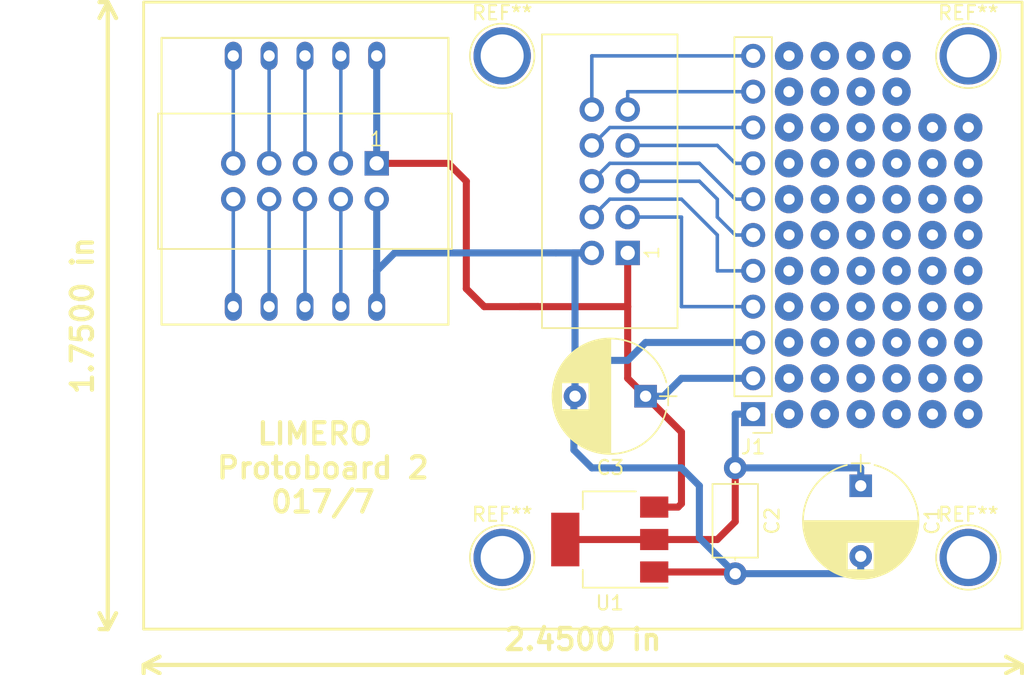
<source format=kicad_pcb>
(kicad_pcb (version 4) (host pcbnew 4.0.7-e0-6372~58~ubuntu16.10.1)

  (general
    (links 32)
    (no_connects 0)
    (area 144.679999 78.527 207.110001 123.290001)
    (thickness 1.6)
    (drawings 7)
    (tracks 85)
    (zones 0)
    (modules 74)
    (nets 20)
  )

  (page A4)
  (layers
    (0 F.Cu signal)
    (31 B.Cu signal)
    (32 B.Adhes user)
    (33 F.Adhes user)
    (34 B.Paste user)
    (35 F.Paste user)
    (36 B.SilkS user)
    (37 F.SilkS user)
    (38 B.Mask user)
    (39 F.Mask user)
    (40 Dwgs.User user)
    (41 Cmts.User user)
    (42 Eco1.User user)
    (43 Eco2.User user)
    (44 Edge.Cuts user)
    (45 Margin user)
    (46 B.CrtYd user)
    (47 F.CrtYd user)
    (48 B.Fab user)
    (49 F.Fab user)
  )

  (setup
    (last_trace_width 0.25)
    (trace_clearance 0.2)
    (zone_clearance 0.508)
    (zone_45_only no)
    (trace_min 0.2)
    (segment_width 0.2)
    (edge_width 0.15)
    (via_size 0.6)
    (via_drill 0.4)
    (via_min_size 0.4)
    (via_min_drill 0.3)
    (uvia_size 0.3)
    (uvia_drill 0.1)
    (uvias_allowed no)
    (uvia_min_size 0.2)
    (uvia_min_drill 0.1)
    (pcb_text_width 0.3)
    (pcb_text_size 1.5 1.5)
    (mod_edge_width 0.15)
    (mod_text_size 1 1)
    (mod_text_width 0.15)
    (pad_size 1.524 1.524)
    (pad_drill 0.762)
    (pad_to_mask_clearance 0.2)
    (aux_axis_origin 0 0)
    (visible_elements FFFFFF7F)
    (pcbplotparams
      (layerselection 0x010f0_80000001)
      (usegerberextensions true)
      (excludeedgelayer true)
      (linewidth 0.100000)
      (plotframeref false)
      (viasonmask false)
      (mode 1)
      (useauxorigin false)
      (hpglpennumber 1)
      (hpglpenspeed 20)
      (hpglpendiameter 15)
      (hpglpenoverlay 2)
      (psnegative false)
      (psa4output false)
      (plotreference true)
      (plotvalue true)
      (plotinvisibletext false)
      (padsonsilk false)
      (subtractmaskfromsilk false)
      (outputformat 1)
      (mirror false)
      (drillshape 0)
      (scaleselection 1)
      (outputdirectory gerber/))
  )

  (net 0 "")
  (net 1 +3V3)
  (net 2 GND)
  (net 3 +5V)
  (net 4 "Net-(CON2-PadRXD)")
  (net 5 "Net-(CON2-PadTXD)")
  (net 6 "Net-(CON2-PadSDA)")
  (net 7 "Net-(CON2-PadSCL)")
  (net 8 "Net-(CON2-PadMOSI)")
  (net 9 "Net-(CON2-PadMISO)")
  (net 10 "Net-(CON2-PadSSEL)")
  (net 11 "Net-(CON2-PadSCK)")
  (net 12 TXD)
  (net 13 RXD)
  (net 14 SCL)
  (net 15 SDA)
  (net 16 MISO)
  (net 17 MOSI)
  (net 18 SCK)
  (net 19 SSEL)

  (net_class Default "This is the default net class."
    (clearance 0.2)
    (trace_width 0.25)
    (via_dia 0.6)
    (via_drill 0.4)
    (uvia_dia 0.3)
    (uvia_drill 0.1)
    (add_net MISO)
    (add_net MOSI)
    (add_net "Net-(CON2-PadMISO)")
    (add_net "Net-(CON2-PadMOSI)")
    (add_net "Net-(CON2-PadRXD)")
    (add_net "Net-(CON2-PadSCK)")
    (add_net "Net-(CON2-PadSCL)")
    (add_net "Net-(CON2-PadSDA)")
    (add_net "Net-(CON2-PadSSEL)")
    (add_net "Net-(CON2-PadTXD)")
    (add_net RXD)
    (add_net SCK)
    (add_net SCL)
    (add_net SDA)
    (add_net SSEL)
    (add_net TXD)
  )

  (net_class power ""
    (clearance 0.2)
    (trace_width 0.5)
    (via_dia 0.6)
    (via_drill 0.4)
    (uvia_dia 0.3)
    (uvia_drill 0.1)
    (add_net +3V3)
    (add_net +5V)
    (add_net GND)
  )

  (module Connectors:1pin (layer F.Cu) (tedit 5861332C) (tstamp 5971E1E3)
    (at 170.18 118.11)
    (descr "module 1 pin (ou trou mecanique de percage)")
    (tags DEV)
    (fp_text reference REF** (at 0 -3.048) (layer F.SilkS)
      (effects (font (size 1 1) (thickness 0.15)))
    )
    (fp_text value 1pin (at 0 3) (layer F.Fab)
      (effects (font (size 1 1) (thickness 0.15)))
    )
    (fp_circle (center 0 0) (end 2 0.8) (layer F.Fab) (width 0.1))
    (fp_circle (center 0 0) (end 2.6 0) (layer F.CrtYd) (width 0.05))
    (fp_circle (center 0 0) (end 0 -2.286) (layer F.SilkS) (width 0.12))
    (pad 1 thru_hole circle (at 0 0) (size 4.064 4.064) (drill 3.048) (layers *.Cu *.Mask))
  )

  (module Connectors:1pin (layer F.Cu) (tedit 5861332C) (tstamp 5971E1D2)
    (at 170.18 82.55)
    (descr "module 1 pin (ou trou mecanique de percage)")
    (tags DEV)
    (fp_text reference REF** (at 0 -3.048) (layer F.SilkS)
      (effects (font (size 1 1) (thickness 0.15)))
    )
    (fp_text value 1pin (at 0 3) (layer F.Fab)
      (effects (font (size 1 1) (thickness 0.15)))
    )
    (fp_circle (center 0 0) (end 2 0.8) (layer F.Fab) (width 0.1))
    (fp_circle (center 0 0) (end 2.6 0) (layer F.CrtYd) (width 0.05))
    (fp_circle (center 0 0) (end 0 -2.286) (layer F.SilkS) (width 0.12))
    (pad 1 thru_hole circle (at 0 0) (size 4.064 4.064) (drill 3.048) (layers *.Cu *.Mask))
  )

  (module Connectors:1pin (layer F.Cu) (tedit 5861332C) (tstamp 5971E1CA)
    (at 203.2 82.55)
    (descr "module 1 pin (ou trou mecanique de percage)")
    (tags DEV)
    (fp_text reference REF** (at 0 -3.048) (layer F.SilkS)
      (effects (font (size 1 1) (thickness 0.15)))
    )
    (fp_text value 1pin (at 0 3) (layer F.Fab)
      (effects (font (size 1 1) (thickness 0.15)))
    )
    (fp_circle (center 0 0) (end 2 0.8) (layer F.Fab) (width 0.1))
    (fp_circle (center 0 0) (end 2.6 0) (layer F.CrtYd) (width 0.05))
    (fp_circle (center 0 0) (end 0 -2.286) (layer F.SilkS) (width 0.12))
    (pad 1 thru_hole circle (at 0 0) (size 4.064 4.064) (drill 3.048) (layers *.Cu *.Mask))
  )

  (module Wire_Pads:SolderWirePad_single_0-8mmDrill (layer F.Cu) (tedit 5971C705) (tstamp 5971D089)
    (at 203.2 107.95)
    (fp_text reference "" (at 0 -2.54) (layer F.SilkS)
      (effects (font (size 1 1) (thickness 0.15)))
    )
    (fp_text value "" (at 0 2.54) (layer F.Fab)
      (effects (font (size 1 1) (thickness 0.15)))
    )
    (pad 1 thru_hole circle (at 0 0) (size 1.99898 1.99898) (drill 0.8001) (layers *.Cu *.Mask))
  )

  (module Wire_Pads:SolderWirePad_single_0-8mmDrill (layer F.Cu) (tedit 5971C705) (tstamp 5971D085)
    (at 200.66 107.95)
    (fp_text reference "" (at 0 -2.54) (layer F.SilkS)
      (effects (font (size 1 1) (thickness 0.15)))
    )
    (fp_text value "" (at 0 2.54) (layer F.Fab)
      (effects (font (size 1 1) (thickness 0.15)))
    )
    (pad 1 thru_hole circle (at 0 0) (size 1.99898 1.99898) (drill 0.8001) (layers *.Cu *.Mask))
  )

  (module Wire_Pads:SolderWirePad_single_0-8mmDrill (layer F.Cu) (tedit 5971C705) (tstamp 5971D081)
    (at 198.12 107.95)
    (fp_text reference "" (at 0 -2.54) (layer F.SilkS)
      (effects (font (size 1 1) (thickness 0.15)))
    )
    (fp_text value "" (at 0 2.54) (layer F.Fab)
      (effects (font (size 1 1) (thickness 0.15)))
    )
    (pad 1 thru_hole circle (at 0 0) (size 1.99898 1.99898) (drill 0.8001) (layers *.Cu *.Mask))
  )

  (module Wire_Pads:SolderWirePad_single_0-8mmDrill (layer F.Cu) (tedit 5971C705) (tstamp 5971D07D)
    (at 195.58 107.95)
    (fp_text reference "" (at 0 -2.54) (layer F.SilkS)
      (effects (font (size 1 1) (thickness 0.15)))
    )
    (fp_text value "" (at 0 2.54) (layer F.Fab)
      (effects (font (size 1 1) (thickness 0.15)))
    )
    (pad 1 thru_hole circle (at 0 0) (size 1.99898 1.99898) (drill 0.8001) (layers *.Cu *.Mask))
  )

  (module Wire_Pads:SolderWirePad_single_0-8mmDrill (layer F.Cu) (tedit 5971C705) (tstamp 5971D079)
    (at 193.04 107.95)
    (fp_text reference "" (at 0 -2.54) (layer F.SilkS)
      (effects (font (size 1 1) (thickness 0.15)))
    )
    (fp_text value "" (at 0 2.54) (layer F.Fab)
      (effects (font (size 1 1) (thickness 0.15)))
    )
    (pad 1 thru_hole circle (at 0 0) (size 1.99898 1.99898) (drill 0.8001) (layers *.Cu *.Mask))
  )

  (module Wire_Pads:SolderWirePad_single_0-8mmDrill (layer F.Cu) (tedit 5971C705) (tstamp 5971D075)
    (at 190.5 107.95)
    (fp_text reference "" (at 0 -2.54) (layer F.SilkS)
      (effects (font (size 1 1) (thickness 0.15)))
    )
    (fp_text value "" (at 0 2.54) (layer F.Fab)
      (effects (font (size 1 1) (thickness 0.15)))
    )
    (pad 1 thru_hole circle (at 0 0) (size 1.99898 1.99898) (drill 0.8001) (layers *.Cu *.Mask))
  )

  (module Wire_Pads:SolderWirePad_single_0-8mmDrill (layer F.Cu) (tedit 5971C705) (tstamp 5971D071)
    (at 203.2 105.41)
    (fp_text reference "" (at 0 -2.54) (layer F.SilkS)
      (effects (font (size 1 1) (thickness 0.15)))
    )
    (fp_text value "" (at 0 2.54) (layer F.Fab)
      (effects (font (size 1 1) (thickness 0.15)))
    )
    (pad 1 thru_hole circle (at 0 0) (size 1.99898 1.99898) (drill 0.8001) (layers *.Cu *.Mask))
  )

  (module Wire_Pads:SolderWirePad_single_0-8mmDrill (layer F.Cu) (tedit 5971C705) (tstamp 5971D06D)
    (at 200.66 105.41)
    (fp_text reference "" (at 0 -2.54) (layer F.SilkS)
      (effects (font (size 1 1) (thickness 0.15)))
    )
    (fp_text value "" (at 0 2.54) (layer F.Fab)
      (effects (font (size 1 1) (thickness 0.15)))
    )
    (pad 1 thru_hole circle (at 0 0) (size 1.99898 1.99898) (drill 0.8001) (layers *.Cu *.Mask))
  )

  (module Wire_Pads:SolderWirePad_single_0-8mmDrill (layer F.Cu) (tedit 5971C705) (tstamp 5971D069)
    (at 198.12 105.41)
    (fp_text reference "" (at 0 -2.54) (layer F.SilkS)
      (effects (font (size 1 1) (thickness 0.15)))
    )
    (fp_text value "" (at 0 2.54) (layer F.Fab)
      (effects (font (size 1 1) (thickness 0.15)))
    )
    (pad 1 thru_hole circle (at 0 0) (size 1.99898 1.99898) (drill 0.8001) (layers *.Cu *.Mask))
  )

  (module Wire_Pads:SolderWirePad_single_0-8mmDrill (layer F.Cu) (tedit 5971C705) (tstamp 5971D065)
    (at 195.58 105.41)
    (fp_text reference "" (at 0 -2.54) (layer F.SilkS)
      (effects (font (size 1 1) (thickness 0.15)))
    )
    (fp_text value "" (at 0 2.54) (layer F.Fab)
      (effects (font (size 1 1) (thickness 0.15)))
    )
    (pad 1 thru_hole circle (at 0 0) (size 1.99898 1.99898) (drill 0.8001) (layers *.Cu *.Mask))
  )

  (module Wire_Pads:SolderWirePad_single_0-8mmDrill (layer F.Cu) (tedit 5971C705) (tstamp 5971D061)
    (at 193.04 105.41)
    (fp_text reference "" (at 0 -2.54) (layer F.SilkS)
      (effects (font (size 1 1) (thickness 0.15)))
    )
    (fp_text value "" (at 0 2.54) (layer F.Fab)
      (effects (font (size 1 1) (thickness 0.15)))
    )
    (pad 1 thru_hole circle (at 0 0) (size 1.99898 1.99898) (drill 0.8001) (layers *.Cu *.Mask))
  )

  (module Wire_Pads:SolderWirePad_single_0-8mmDrill (layer F.Cu) (tedit 5971C705) (tstamp 5971D05D)
    (at 190.5 105.41)
    (fp_text reference "" (at 0 -2.54) (layer F.SilkS)
      (effects (font (size 1 1) (thickness 0.15)))
    )
    (fp_text value "" (at 0 2.54) (layer F.Fab)
      (effects (font (size 1 1) (thickness 0.15)))
    )
    (pad 1 thru_hole circle (at 0 0) (size 1.99898 1.99898) (drill 0.8001) (layers *.Cu *.Mask))
  )

  (module Wire_Pads:SolderWirePad_single_0-8mmDrill (layer F.Cu) (tedit 5971C705) (tstamp 5971D059)
    (at 203.2 102.87)
    (fp_text reference "" (at 0 -2.54) (layer F.SilkS)
      (effects (font (size 1 1) (thickness 0.15)))
    )
    (fp_text value "" (at 0 2.54) (layer F.Fab)
      (effects (font (size 1 1) (thickness 0.15)))
    )
    (pad 1 thru_hole circle (at 0 0) (size 1.99898 1.99898) (drill 0.8001) (layers *.Cu *.Mask))
  )

  (module Wire_Pads:SolderWirePad_single_0-8mmDrill (layer F.Cu) (tedit 5971C705) (tstamp 5971D055)
    (at 200.66 102.87)
    (fp_text reference "" (at 0 -2.54) (layer F.SilkS)
      (effects (font (size 1 1) (thickness 0.15)))
    )
    (fp_text value "" (at 0 2.54) (layer F.Fab)
      (effects (font (size 1 1) (thickness 0.15)))
    )
    (pad 1 thru_hole circle (at 0 0) (size 1.99898 1.99898) (drill 0.8001) (layers *.Cu *.Mask))
  )

  (module Wire_Pads:SolderWirePad_single_0-8mmDrill (layer F.Cu) (tedit 5971C705) (tstamp 5971D051)
    (at 198.12 102.87)
    (fp_text reference "" (at 0 -2.54) (layer F.SilkS)
      (effects (font (size 1 1) (thickness 0.15)))
    )
    (fp_text value "" (at 0 2.54) (layer F.Fab)
      (effects (font (size 1 1) (thickness 0.15)))
    )
    (pad 1 thru_hole circle (at 0 0) (size 1.99898 1.99898) (drill 0.8001) (layers *.Cu *.Mask))
  )

  (module Wire_Pads:SolderWirePad_single_0-8mmDrill (layer F.Cu) (tedit 5971C705) (tstamp 5971D04D)
    (at 195.58 102.87)
    (fp_text reference "" (at 0 -2.54) (layer F.SilkS)
      (effects (font (size 1 1) (thickness 0.15)))
    )
    (fp_text value "" (at 0 2.54) (layer F.Fab)
      (effects (font (size 1 1) (thickness 0.15)))
    )
    (pad 1 thru_hole circle (at 0 0) (size 1.99898 1.99898) (drill 0.8001) (layers *.Cu *.Mask))
  )

  (module Wire_Pads:SolderWirePad_single_0-8mmDrill (layer F.Cu) (tedit 5971C705) (tstamp 5971D049)
    (at 193.04 102.87)
    (fp_text reference "" (at 0 -2.54) (layer F.SilkS)
      (effects (font (size 1 1) (thickness 0.15)))
    )
    (fp_text value "" (at 0 2.54) (layer F.Fab)
      (effects (font (size 1 1) (thickness 0.15)))
    )
    (pad 1 thru_hole circle (at 0 0) (size 1.99898 1.99898) (drill 0.8001) (layers *.Cu *.Mask))
  )

  (module Wire_Pads:SolderWirePad_single_0-8mmDrill (layer F.Cu) (tedit 5971C705) (tstamp 5971D045)
    (at 190.5 102.87)
    (fp_text reference "" (at 0 -2.54) (layer F.SilkS)
      (effects (font (size 1 1) (thickness 0.15)))
    )
    (fp_text value "" (at 0 2.54) (layer F.Fab)
      (effects (font (size 1 1) (thickness 0.15)))
    )
    (pad 1 thru_hole circle (at 0 0) (size 1.99898 1.99898) (drill 0.8001) (layers *.Cu *.Mask))
  )

  (module Wire_Pads:SolderWirePad_single_0-8mmDrill (layer F.Cu) (tedit 5971C705) (tstamp 5971D041)
    (at 203.2 100.33)
    (fp_text reference "" (at 0 -2.54) (layer F.SilkS)
      (effects (font (size 1 1) (thickness 0.15)))
    )
    (fp_text value "" (at 0 2.54) (layer F.Fab)
      (effects (font (size 1 1) (thickness 0.15)))
    )
    (pad 1 thru_hole circle (at 0 0) (size 1.99898 1.99898) (drill 0.8001) (layers *.Cu *.Mask))
  )

  (module Wire_Pads:SolderWirePad_single_0-8mmDrill (layer F.Cu) (tedit 5971C705) (tstamp 5971D03D)
    (at 200.66 100.33)
    (fp_text reference "" (at 0 -2.54) (layer F.SilkS)
      (effects (font (size 1 1) (thickness 0.15)))
    )
    (fp_text value "" (at 0 2.54) (layer F.Fab)
      (effects (font (size 1 1) (thickness 0.15)))
    )
    (pad 1 thru_hole circle (at 0 0) (size 1.99898 1.99898) (drill 0.8001) (layers *.Cu *.Mask))
  )

  (module Wire_Pads:SolderWirePad_single_0-8mmDrill (layer F.Cu) (tedit 5971C705) (tstamp 5971D039)
    (at 198.12 100.33)
    (fp_text reference "" (at 0 -2.54) (layer F.SilkS)
      (effects (font (size 1 1) (thickness 0.15)))
    )
    (fp_text value "" (at 0 2.54) (layer F.Fab)
      (effects (font (size 1 1) (thickness 0.15)))
    )
    (pad 1 thru_hole circle (at 0 0) (size 1.99898 1.99898) (drill 0.8001) (layers *.Cu *.Mask))
  )

  (module Wire_Pads:SolderWirePad_single_0-8mmDrill (layer F.Cu) (tedit 5971C705) (tstamp 5971D035)
    (at 195.58 100.33)
    (fp_text reference "" (at 0 -2.54) (layer F.SilkS)
      (effects (font (size 1 1) (thickness 0.15)))
    )
    (fp_text value "" (at 0 2.54) (layer F.Fab)
      (effects (font (size 1 1) (thickness 0.15)))
    )
    (pad 1 thru_hole circle (at 0 0) (size 1.99898 1.99898) (drill 0.8001) (layers *.Cu *.Mask))
  )

  (module Wire_Pads:SolderWirePad_single_0-8mmDrill (layer F.Cu) (tedit 5971C705) (tstamp 5971D031)
    (at 193.04 100.33)
    (fp_text reference "" (at 0 -2.54) (layer F.SilkS)
      (effects (font (size 1 1) (thickness 0.15)))
    )
    (fp_text value "" (at 0 2.54) (layer F.Fab)
      (effects (font (size 1 1) (thickness 0.15)))
    )
    (pad 1 thru_hole circle (at 0 0) (size 1.99898 1.99898) (drill 0.8001) (layers *.Cu *.Mask))
  )

  (module Wire_Pads:SolderWirePad_single_0-8mmDrill (layer F.Cu) (tedit 5971C705) (tstamp 5971D02D)
    (at 190.5 100.33)
    (fp_text reference "" (at 0 -2.54) (layer F.SilkS)
      (effects (font (size 1 1) (thickness 0.15)))
    )
    (fp_text value "" (at 0 2.54) (layer F.Fab)
      (effects (font (size 1 1) (thickness 0.15)))
    )
    (pad 1 thru_hole circle (at 0 0) (size 1.99898 1.99898) (drill 0.8001) (layers *.Cu *.Mask))
  )

  (module Wire_Pads:SolderWirePad_single_0-8mmDrill (layer F.Cu) (tedit 5971C705) (tstamp 5971D029)
    (at 203.2 97.79)
    (fp_text reference "" (at 0 -2.54) (layer F.SilkS)
      (effects (font (size 1 1) (thickness 0.15)))
    )
    (fp_text value "" (at 0 2.54) (layer F.Fab)
      (effects (font (size 1 1) (thickness 0.15)))
    )
    (pad 1 thru_hole circle (at 0 0) (size 1.99898 1.99898) (drill 0.8001) (layers *.Cu *.Mask))
  )

  (module Wire_Pads:SolderWirePad_single_0-8mmDrill (layer F.Cu) (tedit 5971C705) (tstamp 5971D025)
    (at 200.66 97.79)
    (fp_text reference "" (at 0 -2.54) (layer F.SilkS)
      (effects (font (size 1 1) (thickness 0.15)))
    )
    (fp_text value "" (at 0 2.54) (layer F.Fab)
      (effects (font (size 1 1) (thickness 0.15)))
    )
    (pad 1 thru_hole circle (at 0 0) (size 1.99898 1.99898) (drill 0.8001) (layers *.Cu *.Mask))
  )

  (module Wire_Pads:SolderWirePad_single_0-8mmDrill (layer F.Cu) (tedit 5971C705) (tstamp 5971D021)
    (at 198.12 97.79)
    (fp_text reference "" (at 0 -2.54) (layer F.SilkS)
      (effects (font (size 1 1) (thickness 0.15)))
    )
    (fp_text value "" (at 0 2.54) (layer F.Fab)
      (effects (font (size 1 1) (thickness 0.15)))
    )
    (pad 1 thru_hole circle (at 0 0) (size 1.99898 1.99898) (drill 0.8001) (layers *.Cu *.Mask))
  )

  (module Wire_Pads:SolderWirePad_single_0-8mmDrill (layer F.Cu) (tedit 5971C705) (tstamp 5971D01D)
    (at 195.58 97.79)
    (fp_text reference "" (at 0 -2.54) (layer F.SilkS)
      (effects (font (size 1 1) (thickness 0.15)))
    )
    (fp_text value "" (at 0 2.54) (layer F.Fab)
      (effects (font (size 1 1) (thickness 0.15)))
    )
    (pad 1 thru_hole circle (at 0 0) (size 1.99898 1.99898) (drill 0.8001) (layers *.Cu *.Mask))
  )

  (module Wire_Pads:SolderWirePad_single_0-8mmDrill (layer F.Cu) (tedit 5971C705) (tstamp 5971D019)
    (at 193.04 97.79)
    (fp_text reference "" (at 0 -2.54) (layer F.SilkS)
      (effects (font (size 1 1) (thickness 0.15)))
    )
    (fp_text value "" (at 0 2.54) (layer F.Fab)
      (effects (font (size 1 1) (thickness 0.15)))
    )
    (pad 1 thru_hole circle (at 0 0) (size 1.99898 1.99898) (drill 0.8001) (layers *.Cu *.Mask))
  )

  (module Wire_Pads:SolderWirePad_single_0-8mmDrill (layer F.Cu) (tedit 5971C705) (tstamp 5971D015)
    (at 190.5 97.79)
    (fp_text reference "" (at 0 -2.54) (layer F.SilkS)
      (effects (font (size 1 1) (thickness 0.15)))
    )
    (fp_text value "" (at 0 2.54) (layer F.Fab)
      (effects (font (size 1 1) (thickness 0.15)))
    )
    (pad 1 thru_hole circle (at 0 0) (size 1.99898 1.99898) (drill 0.8001) (layers *.Cu *.Mask))
  )

  (module Wire_Pads:SolderWirePad_single_0-8mmDrill (layer F.Cu) (tedit 5971C705) (tstamp 5971D011)
    (at 203.2 95.25)
    (fp_text reference "" (at 0 -2.54) (layer F.SilkS)
      (effects (font (size 1 1) (thickness 0.15)))
    )
    (fp_text value "" (at 0 2.54) (layer F.Fab)
      (effects (font (size 1 1) (thickness 0.15)))
    )
    (pad 1 thru_hole circle (at 0 0) (size 1.99898 1.99898) (drill 0.8001) (layers *.Cu *.Mask))
  )

  (module Wire_Pads:SolderWirePad_single_0-8mmDrill (layer F.Cu) (tedit 5971C705) (tstamp 5971D00D)
    (at 200.66 95.25)
    (fp_text reference "" (at 0 -2.54) (layer F.SilkS)
      (effects (font (size 1 1) (thickness 0.15)))
    )
    (fp_text value "" (at 0 2.54) (layer F.Fab)
      (effects (font (size 1 1) (thickness 0.15)))
    )
    (pad 1 thru_hole circle (at 0 0) (size 1.99898 1.99898) (drill 0.8001) (layers *.Cu *.Mask))
  )

  (module Wire_Pads:SolderWirePad_single_0-8mmDrill (layer F.Cu) (tedit 5971C705) (tstamp 5971D009)
    (at 198.12 95.25)
    (fp_text reference "" (at 0 -2.54) (layer F.SilkS)
      (effects (font (size 1 1) (thickness 0.15)))
    )
    (fp_text value "" (at 0 2.54) (layer F.Fab)
      (effects (font (size 1 1) (thickness 0.15)))
    )
    (pad 1 thru_hole circle (at 0 0) (size 1.99898 1.99898) (drill 0.8001) (layers *.Cu *.Mask))
  )

  (module Wire_Pads:SolderWirePad_single_0-8mmDrill (layer F.Cu) (tedit 5971C705) (tstamp 5971D005)
    (at 195.58 95.25)
    (fp_text reference "" (at 0 -2.54) (layer F.SilkS)
      (effects (font (size 1 1) (thickness 0.15)))
    )
    (fp_text value "" (at 0 2.54) (layer F.Fab)
      (effects (font (size 1 1) (thickness 0.15)))
    )
    (pad 1 thru_hole circle (at 0 0) (size 1.99898 1.99898) (drill 0.8001) (layers *.Cu *.Mask))
  )

  (module Wire_Pads:SolderWirePad_single_0-8mmDrill (layer F.Cu) (tedit 5971C705) (tstamp 5971D001)
    (at 193.04 95.25)
    (fp_text reference "" (at 0 -2.54) (layer F.SilkS)
      (effects (font (size 1 1) (thickness 0.15)))
    )
    (fp_text value "" (at 0 2.54) (layer F.Fab)
      (effects (font (size 1 1) (thickness 0.15)))
    )
    (pad 1 thru_hole circle (at 0 0) (size 1.99898 1.99898) (drill 0.8001) (layers *.Cu *.Mask))
  )

  (module Wire_Pads:SolderWirePad_single_0-8mmDrill (layer F.Cu) (tedit 5971C705) (tstamp 5971CFFD)
    (at 190.5 95.25)
    (fp_text reference "" (at 0 -2.54) (layer F.SilkS)
      (effects (font (size 1 1) (thickness 0.15)))
    )
    (fp_text value "" (at 0 2.54) (layer F.Fab)
      (effects (font (size 1 1) (thickness 0.15)))
    )
    (pad 1 thru_hole circle (at 0 0) (size 1.99898 1.99898) (drill 0.8001) (layers *.Cu *.Mask))
  )

  (module Wire_Pads:SolderWirePad_single_0-8mmDrill (layer F.Cu) (tedit 5971C705) (tstamp 5971CFF9)
    (at 203.2 92.71)
    (fp_text reference "" (at 0 -2.54) (layer F.SilkS)
      (effects (font (size 1 1) (thickness 0.15)))
    )
    (fp_text value "" (at 0 2.54) (layer F.Fab)
      (effects (font (size 1 1) (thickness 0.15)))
    )
    (pad 1 thru_hole circle (at 0 0) (size 1.99898 1.99898) (drill 0.8001) (layers *.Cu *.Mask))
  )

  (module Wire_Pads:SolderWirePad_single_0-8mmDrill (layer F.Cu) (tedit 5971C705) (tstamp 5971CFF5)
    (at 200.66 92.71)
    (fp_text reference "" (at 0 -2.54) (layer F.SilkS)
      (effects (font (size 1 1) (thickness 0.15)))
    )
    (fp_text value "" (at 0 2.54) (layer F.Fab)
      (effects (font (size 1 1) (thickness 0.15)))
    )
    (pad 1 thru_hole circle (at 0 0) (size 1.99898 1.99898) (drill 0.8001) (layers *.Cu *.Mask))
  )

  (module Wire_Pads:SolderWirePad_single_0-8mmDrill (layer F.Cu) (tedit 5971C705) (tstamp 5971CFF1)
    (at 198.12 92.71)
    (fp_text reference "" (at 0 -2.54) (layer F.SilkS)
      (effects (font (size 1 1) (thickness 0.15)))
    )
    (fp_text value "" (at 0 2.54) (layer F.Fab)
      (effects (font (size 1 1) (thickness 0.15)))
    )
    (pad 1 thru_hole circle (at 0 0) (size 1.99898 1.99898) (drill 0.8001) (layers *.Cu *.Mask))
  )

  (module Wire_Pads:SolderWirePad_single_0-8mmDrill (layer F.Cu) (tedit 5971C705) (tstamp 5971CFED)
    (at 195.58 92.71)
    (fp_text reference "" (at 0 -2.54) (layer F.SilkS)
      (effects (font (size 1 1) (thickness 0.15)))
    )
    (fp_text value "" (at 0 2.54) (layer F.Fab)
      (effects (font (size 1 1) (thickness 0.15)))
    )
    (pad 1 thru_hole circle (at 0 0) (size 1.99898 1.99898) (drill 0.8001) (layers *.Cu *.Mask))
  )

  (module Wire_Pads:SolderWirePad_single_0-8mmDrill (layer F.Cu) (tedit 5971C705) (tstamp 5971CFE9)
    (at 193.04 92.71)
    (fp_text reference "" (at 0 -2.54) (layer F.SilkS)
      (effects (font (size 1 1) (thickness 0.15)))
    )
    (fp_text value "" (at 0 2.54) (layer F.Fab)
      (effects (font (size 1 1) (thickness 0.15)))
    )
    (pad 1 thru_hole circle (at 0 0) (size 1.99898 1.99898) (drill 0.8001) (layers *.Cu *.Mask))
  )

  (module Wire_Pads:SolderWirePad_single_0-8mmDrill (layer F.Cu) (tedit 5971C705) (tstamp 5971CFE5)
    (at 190.5 92.71)
    (fp_text reference "" (at 0 -2.54) (layer F.SilkS)
      (effects (font (size 1 1) (thickness 0.15)))
    )
    (fp_text value "" (at 0 2.54) (layer F.Fab)
      (effects (font (size 1 1) (thickness 0.15)))
    )
    (pad 1 thru_hole circle (at 0 0) (size 1.99898 1.99898) (drill 0.8001) (layers *.Cu *.Mask))
  )

  (module Wire_Pads:SolderWirePad_single_0-8mmDrill (layer F.Cu) (tedit 5971C705) (tstamp 5971CFE1)
    (at 203.2 90.17)
    (fp_text reference "" (at 0 -2.54) (layer F.SilkS)
      (effects (font (size 1 1) (thickness 0.15)))
    )
    (fp_text value "" (at 0 2.54) (layer F.Fab)
      (effects (font (size 1 1) (thickness 0.15)))
    )
    (pad 1 thru_hole circle (at 0 0) (size 1.99898 1.99898) (drill 0.8001) (layers *.Cu *.Mask))
  )

  (module Wire_Pads:SolderWirePad_single_0-8mmDrill (layer F.Cu) (tedit 5971C705) (tstamp 5971CFDD)
    (at 200.66 90.17)
    (fp_text reference "" (at 0 -2.54) (layer F.SilkS)
      (effects (font (size 1 1) (thickness 0.15)))
    )
    (fp_text value "" (at 0 2.54) (layer F.Fab)
      (effects (font (size 1 1) (thickness 0.15)))
    )
    (pad 1 thru_hole circle (at 0 0) (size 1.99898 1.99898) (drill 0.8001) (layers *.Cu *.Mask))
  )

  (module Wire_Pads:SolderWirePad_single_0-8mmDrill (layer F.Cu) (tedit 5971C705) (tstamp 5971CFD9)
    (at 198.12 90.17)
    (fp_text reference "" (at 0 -2.54) (layer F.SilkS)
      (effects (font (size 1 1) (thickness 0.15)))
    )
    (fp_text value "" (at 0 2.54) (layer F.Fab)
      (effects (font (size 1 1) (thickness 0.15)))
    )
    (pad 1 thru_hole circle (at 0 0) (size 1.99898 1.99898) (drill 0.8001) (layers *.Cu *.Mask))
  )

  (module Wire_Pads:SolderWirePad_single_0-8mmDrill (layer F.Cu) (tedit 5971C705) (tstamp 5971CFD5)
    (at 195.58 90.17)
    (fp_text reference "" (at 0 -2.54) (layer F.SilkS)
      (effects (font (size 1 1) (thickness 0.15)))
    )
    (fp_text value "" (at 0 2.54) (layer F.Fab)
      (effects (font (size 1 1) (thickness 0.15)))
    )
    (pad 1 thru_hole circle (at 0 0) (size 1.99898 1.99898) (drill 0.8001) (layers *.Cu *.Mask))
  )

  (module Wire_Pads:SolderWirePad_single_0-8mmDrill (layer F.Cu) (tedit 5971C705) (tstamp 5971CFD1)
    (at 193.04 90.17)
    (fp_text reference "" (at 0 -2.54) (layer F.SilkS)
      (effects (font (size 1 1) (thickness 0.15)))
    )
    (fp_text value "" (at 0 2.54) (layer F.Fab)
      (effects (font (size 1 1) (thickness 0.15)))
    )
    (pad 1 thru_hole circle (at 0 0) (size 1.99898 1.99898) (drill 0.8001) (layers *.Cu *.Mask))
  )

  (module Wire_Pads:SolderWirePad_single_0-8mmDrill (layer F.Cu) (tedit 5971C705) (tstamp 5971CFCD)
    (at 190.5 90.17)
    (fp_text reference "" (at 0 -2.54) (layer F.SilkS)
      (effects (font (size 1 1) (thickness 0.15)))
    )
    (fp_text value "" (at 0 2.54) (layer F.Fab)
      (effects (font (size 1 1) (thickness 0.15)))
    )
    (pad 1 thru_hole circle (at 0 0) (size 1.99898 1.99898) (drill 0.8001) (layers *.Cu *.Mask))
  )

  (module Wire_Pads:SolderWirePad_single_0-8mmDrill (layer F.Cu) (tedit 5971C705) (tstamp 5971CFC9)
    (at 203.2 87.63)
    (fp_text reference "" (at 0 -2.54) (layer F.SilkS)
      (effects (font (size 1 1) (thickness 0.15)))
    )
    (fp_text value "" (at 0 2.54) (layer F.Fab)
      (effects (font (size 1 1) (thickness 0.15)))
    )
    (pad 1 thru_hole circle (at 0 0) (size 1.99898 1.99898) (drill 0.8001) (layers *.Cu *.Mask))
  )

  (module Wire_Pads:SolderWirePad_single_0-8mmDrill (layer F.Cu) (tedit 5971C705) (tstamp 5971CFC5)
    (at 200.66 87.63)
    (fp_text reference "" (at 0 -2.54) (layer F.SilkS)
      (effects (font (size 1 1) (thickness 0.15)))
    )
    (fp_text value "" (at 0 2.54) (layer F.Fab)
      (effects (font (size 1 1) (thickness 0.15)))
    )
    (pad 1 thru_hole circle (at 0 0) (size 1.99898 1.99898) (drill 0.8001) (layers *.Cu *.Mask))
  )

  (module Wire_Pads:SolderWirePad_single_0-8mmDrill (layer F.Cu) (tedit 5971C705) (tstamp 5971CFC1)
    (at 198.12 87.63)
    (fp_text reference "" (at 0 -2.54) (layer F.SilkS)
      (effects (font (size 1 1) (thickness 0.15)))
    )
    (fp_text value "" (at 0 2.54) (layer F.Fab)
      (effects (font (size 1 1) (thickness 0.15)))
    )
    (pad 1 thru_hole circle (at 0 0) (size 1.99898 1.99898) (drill 0.8001) (layers *.Cu *.Mask))
  )

  (module Wire_Pads:SolderWirePad_single_0-8mmDrill (layer F.Cu) (tedit 5971C705) (tstamp 5971CFBD)
    (at 195.58 87.63)
    (fp_text reference "" (at 0 -2.54) (layer F.SilkS)
      (effects (font (size 1 1) (thickness 0.15)))
    )
    (fp_text value "" (at 0 2.54) (layer F.Fab)
      (effects (font (size 1 1) (thickness 0.15)))
    )
    (pad 1 thru_hole circle (at 0 0) (size 1.99898 1.99898) (drill 0.8001) (layers *.Cu *.Mask))
  )

  (module Wire_Pads:SolderWirePad_single_0-8mmDrill (layer F.Cu) (tedit 5971C705) (tstamp 5971CFB9)
    (at 193.04 87.63)
    (fp_text reference "" (at 0 -2.54) (layer F.SilkS)
      (effects (font (size 1 1) (thickness 0.15)))
    )
    (fp_text value "" (at 0 2.54) (layer F.Fab)
      (effects (font (size 1 1) (thickness 0.15)))
    )
    (pad 1 thru_hole circle (at 0 0) (size 1.99898 1.99898) (drill 0.8001) (layers *.Cu *.Mask))
  )

  (module Wire_Pads:SolderWirePad_single_0-8mmDrill (layer F.Cu) (tedit 5971C705) (tstamp 5971CFB5)
    (at 190.5 87.63)
    (fp_text reference "" (at 0 -2.54) (layer F.SilkS)
      (effects (font (size 1 1) (thickness 0.15)))
    )
    (fp_text value "" (at 0 2.54) (layer F.Fab)
      (effects (font (size 1 1) (thickness 0.15)))
    )
    (pad 1 thru_hole circle (at 0 0) (size 1.99898 1.99898) (drill 0.8001) (layers *.Cu *.Mask))
  )

  (module Wire_Pads:SolderWirePad_single_0-8mmDrill (layer F.Cu) (tedit 5971C705) (tstamp 5971CFA9)
    (at 198.12 85.09)
    (fp_text reference "" (at 0 -2.54) (layer F.SilkS)
      (effects (font (size 1 1) (thickness 0.15)))
    )
    (fp_text value "" (at 0 2.54) (layer F.Fab)
      (effects (font (size 1 1) (thickness 0.15)))
    )
    (pad 1 thru_hole circle (at 0 0) (size 1.99898 1.99898) (drill 0.8001) (layers *.Cu *.Mask))
  )

  (module Wire_Pads:SolderWirePad_single_0-8mmDrill (layer F.Cu) (tedit 5971C705) (tstamp 5971CFA5)
    (at 195.58 85.09)
    (fp_text reference "" (at 0 -2.54) (layer F.SilkS)
      (effects (font (size 1 1) (thickness 0.15)))
    )
    (fp_text value "" (at 0 2.54) (layer F.Fab)
      (effects (font (size 1 1) (thickness 0.15)))
    )
    (pad 1 thru_hole circle (at 0 0) (size 1.99898 1.99898) (drill 0.8001) (layers *.Cu *.Mask))
  )

  (module Wire_Pads:SolderWirePad_single_0-8mmDrill (layer F.Cu) (tedit 5971C705) (tstamp 5971CFA1)
    (at 193.04 85.09)
    (fp_text reference "" (at 0 -2.54) (layer F.SilkS)
      (effects (font (size 1 1) (thickness 0.15)))
    )
    (fp_text value "" (at 0 2.54) (layer F.Fab)
      (effects (font (size 1 1) (thickness 0.15)))
    )
    (pad 1 thru_hole circle (at 0 0) (size 1.99898 1.99898) (drill 0.8001) (layers *.Cu *.Mask))
  )

  (module Wire_Pads:SolderWirePad_single_0-8mmDrill (layer F.Cu) (tedit 5971C705) (tstamp 5971CF9D)
    (at 190.5 85.09)
    (fp_text reference "" (at 0 -2.54) (layer F.SilkS)
      (effects (font (size 1 1) (thickness 0.15)))
    )
    (fp_text value "" (at 0 2.54) (layer F.Fab)
      (effects (font (size 1 1) (thickness 0.15)))
    )
    (pad 1 thru_hole circle (at 0 0) (size 1.99898 1.99898) (drill 0.8001) (layers *.Cu *.Mask))
  )

  (module Wire_Pads:SolderWirePad_single_0-8mmDrill (layer F.Cu) (tedit 5971C705) (tstamp 5971CF91)
    (at 198.12 82.55)
    (fp_text reference "" (at 0 -2.54) (layer F.SilkS)
      (effects (font (size 1 1) (thickness 0.15)))
    )
    (fp_text value "" (at 0 2.54) (layer F.Fab)
      (effects (font (size 1 1) (thickness 0.15)))
    )
    (pad 1 thru_hole circle (at 0 0) (size 1.99898 1.99898) (drill 0.8001) (layers *.Cu *.Mask))
  )

  (module Wire_Pads:SolderWirePad_single_0-8mmDrill (layer F.Cu) (tedit 5971C705) (tstamp 5971CF8D)
    (at 195.58 82.55)
    (fp_text reference "" (at 0 -2.54) (layer F.SilkS)
      (effects (font (size 1 1) (thickness 0.15)))
    )
    (fp_text value "" (at 0 2.54) (layer F.Fab)
      (effects (font (size 1 1) (thickness 0.15)))
    )
    (pad 1 thru_hole circle (at 0 0) (size 1.99898 1.99898) (drill 0.8001) (layers *.Cu *.Mask))
  )

  (module Wire_Pads:SolderWirePad_single_0-8mmDrill (layer F.Cu) (tedit 5971C705) (tstamp 5971CF89)
    (at 193.04 82.55)
    (fp_text reference "" (at 0 -2.54) (layer F.SilkS)
      (effects (font (size 1 1) (thickness 0.15)))
    )
    (fp_text value "" (at 0 2.54) (layer F.Fab)
      (effects (font (size 1 1) (thickness 0.15)))
    )
    (pad 1 thru_hole circle (at 0 0) (size 1.99898 1.99898) (drill 0.8001) (layers *.Cu *.Mask))
  )

  (module Capacitors_THT:C_Axial_L5.1mm_D3.1mm_P7.50mm_Horizontal (layer F.Cu) (tedit 5920C254) (tstamp 5971B47D)
    (at 186.69 111.76 270)
    (descr "C, Axial series, Axial, Horizontal, pin pitch=7.5mm, , length*diameter=5.1*3.1mm^2, http://www.vishay.com/docs/45231/arseries.pdf")
    (tags "C Axial series Axial Horizontal pin pitch 7.5mm  length 5.1mm diameter 3.1mm")
    (path /597121A1)
    (fp_text reference C2 (at 3.75 -2.61 270) (layer F.SilkS)
      (effects (font (size 1 1) (thickness 0.15)))
    )
    (fp_text value C (at 3.75 2.61 270) (layer F.Fab)
      (effects (font (size 1 1) (thickness 0.15)))
    )
    (fp_text user %R (at 3.75 0 270) (layer F.Fab)
      (effects (font (size 1 1) (thickness 0.15)))
    )
    (fp_line (start 1.2 -1.55) (end 1.2 1.55) (layer F.Fab) (width 0.1))
    (fp_line (start 1.2 1.55) (end 6.3 1.55) (layer F.Fab) (width 0.1))
    (fp_line (start 6.3 1.55) (end 6.3 -1.55) (layer F.Fab) (width 0.1))
    (fp_line (start 6.3 -1.55) (end 1.2 -1.55) (layer F.Fab) (width 0.1))
    (fp_line (start 0 0) (end 1.2 0) (layer F.Fab) (width 0.1))
    (fp_line (start 7.5 0) (end 6.3 0) (layer F.Fab) (width 0.1))
    (fp_line (start 1.14 -1.61) (end 1.14 1.61) (layer F.SilkS) (width 0.12))
    (fp_line (start 1.14 1.61) (end 6.36 1.61) (layer F.SilkS) (width 0.12))
    (fp_line (start 6.36 1.61) (end 6.36 -1.61) (layer F.SilkS) (width 0.12))
    (fp_line (start 6.36 -1.61) (end 1.14 -1.61) (layer F.SilkS) (width 0.12))
    (fp_line (start 0.98 0) (end 1.14 0) (layer F.SilkS) (width 0.12))
    (fp_line (start 6.52 0) (end 6.36 0) (layer F.SilkS) (width 0.12))
    (fp_line (start -1.05 -1.9) (end -1.05 1.9) (layer F.CrtYd) (width 0.05))
    (fp_line (start -1.05 1.9) (end 8.55 1.9) (layer F.CrtYd) (width 0.05))
    (fp_line (start 8.55 1.9) (end 8.55 -1.9) (layer F.CrtYd) (width 0.05))
    (fp_line (start 8.55 -1.9) (end -1.05 -1.9) (layer F.CrtYd) (width 0.05))
    (pad 1 thru_hole circle (at 0 0 270) (size 1.6 1.6) (drill 0.8) (layers *.Cu *.Mask)
      (net 1 +3V3))
    (pad 2 thru_hole oval (at 7.5 0 270) (size 1.6 1.6) (drill 0.8) (layers *.Cu *.Mask)
      (net 2 GND))
    (model ${KISYS3DMOD}/Capacitors_THT.3dshapes/C_Axial_L5.1mm_D3.1mm_P7.50mm_Horizontal.wrl
      (at (xyz 0 0 0))
      (scale (xyz 0.393701 0.393701 0.393701))
      (rotate (xyz 0 0 0))
    )
  )

  (module limero-lib:UEXT (layer F.Cu) (tedit 5971C488) (tstamp 5971B48B)
    (at 179.07 96.52 90)
    (descr "10 pins through hole IDC header")
    (tags "IDC header socket VASCH")
    (path /59712BEF)
    (fp_text reference "" (at 5.08 -7.62 90) (layer F.SilkS)
      (effects (font (size 1 1) (thickness 0.15)))
    )
    (fp_text value "" (at 5.08 5.223 90) (layer F.Fab)
      (effects (font (size 1 1) (thickness 0.15)))
    )
    (fp_line (start -5.08 -5.82) (end 15.24 -5.82) (layer F.Fab) (width 0.1))
    (fp_line (start -4.54 -5.27) (end 14.68 -5.27) (layer F.Fab) (width 0.1))
    (fp_line (start -5.08 3.28) (end 15.24 3.28) (layer F.Fab) (width 0.1))
    (fp_line (start -4.54 2.73) (end 2.83 2.73) (layer F.Fab) (width 0.1))
    (fp_line (start 7.33 2.73) (end 14.68 2.73) (layer F.Fab) (width 0.1))
    (fp_line (start 2.83 2.73) (end 2.83 3.28) (layer F.Fab) (width 0.1))
    (fp_line (start 7.33 2.73) (end 7.33 3.28) (layer F.Fab) (width 0.1))
    (fp_line (start -5.08 -5.82) (end -5.08 3.28) (layer F.Fab) (width 0.1))
    (fp_line (start -4.54 -5.27) (end -4.54 2.73) (layer F.Fab) (width 0.1))
    (fp_line (start 15.24 -5.82) (end 15.24 3.28) (layer F.Fab) (width 0.1))
    (fp_line (start 14.68 -5.27) (end 14.68 2.73) (layer F.Fab) (width 0.1))
    (fp_line (start -5.08 -5.82) (end -4.54 -5.27) (layer F.Fab) (width 0.1))
    (fp_line (start 15.24 -5.82) (end 14.68 -5.27) (layer F.Fab) (width 0.1))
    (fp_line (start -5.08 3.28) (end -4.54 2.73) (layer F.Fab) (width 0.1))
    (fp_line (start 15.24 3.28) (end 14.68 2.73) (layer F.Fab) (width 0.1))
    (fp_line (start -5.58 -6.32) (end 15.74 -6.32) (layer F.CrtYd) (width 0.05))
    (fp_line (start 15.74 -6.32) (end 15.74 3.78) (layer F.CrtYd) (width 0.05))
    (fp_line (start 15.74 3.78) (end -5.58 3.78) (layer F.CrtYd) (width 0.05))
    (fp_line (start -5.58 3.78) (end -5.58 -6.32) (layer F.CrtYd) (width 0.05))
    (fp_text user 1 (at 0.02 1.72 90) (layer F.SilkS)
      (effects (font (size 1 1) (thickness 0.12)))
    )
    (fp_line (start -5.33 -6.07) (end 15.49 -6.07) (layer F.SilkS) (width 0.12))
    (fp_line (start 15.49 -6.07) (end 15.49 3.53) (layer F.SilkS) (width 0.12))
    (fp_line (start 15.49 3.53) (end -5.33 3.53) (layer F.SilkS) (width 0.12))
    (fp_line (start -5.33 3.53) (end -5.33 -6.07) (layer F.SilkS) (width 0.12))
    (pad +5V thru_hole rect (at 0 0 90) (size 1.7272 1.7272) (drill 1.016) (layers *.Cu *.Mask)
      (net 3 +5V))
    (pad GND thru_hole oval (at 0 -2.54 90) (size 1.7272 1.7272) (drill 1.016) (layers *.Cu *.Mask)
      (net 2 GND))
    (pad TXD thru_hole oval (at 2.54 0 90) (size 1.7272 1.7272) (drill 1.016) (layers *.Cu *.Mask)
      (net 12 TXD))
    (pad RXD thru_hole oval (at 2.54 -2.54 90) (size 1.7272 1.7272) (drill 1.016) (layers *.Cu *.Mask)
      (net 13 RXD))
    (pad SCL thru_hole oval (at 5.08 0 90) (size 1.7272 1.7272) (drill 1.016) (layers *.Cu *.Mask)
      (net 14 SCL))
    (pad SDA thru_hole oval (at 5.08 -2.54 90) (size 1.7272 1.7272) (drill 1.016) (layers *.Cu *.Mask)
      (net 15 SDA))
    (pad MISO thru_hole oval (at 7.62 0 90) (size 1.7272 1.7272) (drill 1.016) (layers *.Cu *.Mask)
      (net 16 MISO))
    (pad MOSI thru_hole oval (at 7.62 -2.54 90) (size 1.7272 1.7272) (drill 1.016) (layers *.Cu *.Mask)
      (net 17 MOSI))
    (pad SCK thru_hole oval (at 10.16 0 90) (size 1.7272 1.7272) (drill 1.016) (layers *.Cu *.Mask)
      (net 18 SCK))
    (pad SSEL thru_hole oval (at 10.16 -2.54 90) (size 1.7272 1.7272) (drill 1.016) (layers *.Cu *.Mask)
      (net 19 SSEL))
  )

  (module limero-lib:UEXT-BREADBOARD (layer F.Cu) (tedit 5971C361) (tstamp 5971B499)
    (at 156.21 91.44 180)
    (path /59711C4F)
    (fp_text reference "" (at 0 6.35 180) (layer F.SilkS)
      (effects (font (size 1.2 1.2) (thickness 0.15)))
    )
    (fp_text value "" (at 0 0 180) (layer F.Fab)
      (effects (font (size 1.2 1.2) (thickness 0.15)))
    )
    (fp_line (start -10.16 -10.16) (end -10.16 10.16) (layer F.SilkS) (width 0.15))
    (fp_line (start -10.16 10.16) (end 10.16 10.16) (layer F.SilkS) (width 0.15))
    (fp_line (start 10.16 10.16) (end 10.16 -10.16) (layer F.SilkS) (width 0.15))
    (fp_line (start 10.16 -10.16) (end -10.16 -10.16) (layer F.SilkS) (width 0.15))
    (pad GND thru_hole oval (at -5.08 -8.89 180) (size 1.2 2) (drill 0.8) (layers *.Cu *.Mask)
      (net 2 GND))
    (pad +5V thru_hole oval (at -5.08 8.89 180) (size 1.2 2) (drill 0.8) (layers *.Cu *.Mask)
      (net 3 +5V))
    (pad RXD thru_hole oval (at -2.54 -8.89 180) (size 1.2 2) (drill 0.8) (layers *.Cu *.Mask)
      (net 4 "Net-(CON2-PadRXD)"))
    (pad TXD thru_hole oval (at -2.54 8.89 180) (size 1.2 2) (drill 0.8) (layers *.Cu *.Mask)
      (net 5 "Net-(CON2-PadTXD)"))
    (pad SDA thru_hole oval (at 0 -8.89 180) (size 1.2 2) (drill 0.8) (layers *.Cu *.Mask)
      (net 6 "Net-(CON2-PadSDA)"))
    (pad SCL thru_hole oval (at 0 8.89 180) (size 1.2 2) (drill 0.8) (layers *.Cu *.Mask)
      (net 7 "Net-(CON2-PadSCL)"))
    (pad MOSI thru_hole oval (at 2.54 -8.89 180) (size 1.2 2) (drill 0.8) (layers *.Cu *.Mask)
      (net 8 "Net-(CON2-PadMOSI)"))
    (pad MISO thru_hole oval (at 2.54 8.89 180) (size 1.2 2) (drill 0.8) (layers *.Cu *.Mask)
      (net 9 "Net-(CON2-PadMISO)"))
    (pad SSEL thru_hole oval (at 5.08 -8.89 180) (size 1.2 2) (drill 0.8) (layers *.Cu *.Mask)
      (net 10 "Net-(CON2-PadSSEL)"))
    (pad SCK thru_hole oval (at 5.08 8.89 180) (size 1.2 2) (drill 0.8) (layers *.Cu *.Mask)
      (net 11 "Net-(CON2-PadSCK)"))
  )

  (module limero-lib:UEXT (layer F.Cu) (tedit 5971C35A) (tstamp 5971B4A7)
    (at 161.29 90.17 180)
    (descr "10 pins through hole IDC header")
    (tags "IDC header socket VASCH")
    (path /59712B3F)
    (fp_text reference "" (at 5.08 -7.62 180) (layer F.SilkS)
      (effects (font (size 1 1) (thickness 0.15)))
    )
    (fp_text value "" (at 5.08 5.223 180) (layer F.Fab)
      (effects (font (size 1 1) (thickness 0.15)))
    )
    (fp_line (start -5.08 -5.82) (end 15.24 -5.82) (layer F.Fab) (width 0.1))
    (fp_line (start -4.54 -5.27) (end 14.68 -5.27) (layer F.Fab) (width 0.1))
    (fp_line (start -5.08 3.28) (end 15.24 3.28) (layer F.Fab) (width 0.1))
    (fp_line (start -4.54 2.73) (end 2.83 2.73) (layer F.Fab) (width 0.1))
    (fp_line (start 7.33 2.73) (end 14.68 2.73) (layer F.Fab) (width 0.1))
    (fp_line (start 2.83 2.73) (end 2.83 3.28) (layer F.Fab) (width 0.1))
    (fp_line (start 7.33 2.73) (end 7.33 3.28) (layer F.Fab) (width 0.1))
    (fp_line (start -5.08 -5.82) (end -5.08 3.28) (layer F.Fab) (width 0.1))
    (fp_line (start -4.54 -5.27) (end -4.54 2.73) (layer F.Fab) (width 0.1))
    (fp_line (start 15.24 -5.82) (end 15.24 3.28) (layer F.Fab) (width 0.1))
    (fp_line (start 14.68 -5.27) (end 14.68 2.73) (layer F.Fab) (width 0.1))
    (fp_line (start -5.08 -5.82) (end -4.54 -5.27) (layer F.Fab) (width 0.1))
    (fp_line (start 15.24 -5.82) (end 14.68 -5.27) (layer F.Fab) (width 0.1))
    (fp_line (start -5.08 3.28) (end -4.54 2.73) (layer F.Fab) (width 0.1))
    (fp_line (start 15.24 3.28) (end 14.68 2.73) (layer F.Fab) (width 0.1))
    (fp_line (start -5.58 -6.32) (end 15.74 -6.32) (layer F.CrtYd) (width 0.05))
    (fp_line (start 15.74 -6.32) (end 15.74 3.78) (layer F.CrtYd) (width 0.05))
    (fp_line (start 15.74 3.78) (end -5.58 3.78) (layer F.CrtYd) (width 0.05))
    (fp_line (start -5.58 3.78) (end -5.58 -6.32) (layer F.CrtYd) (width 0.05))
    (fp_text user 1 (at 0.02 1.72 180) (layer F.SilkS)
      (effects (font (size 1 1) (thickness 0.12)))
    )
    (fp_line (start -5.33 -6.07) (end 15.49 -6.07) (layer F.SilkS) (width 0.12))
    (fp_line (start 15.49 -6.07) (end 15.49 3.53) (layer F.SilkS) (width 0.12))
    (fp_line (start 15.49 3.53) (end -5.33 3.53) (layer F.SilkS) (width 0.12))
    (fp_line (start -5.33 3.53) (end -5.33 -6.07) (layer F.SilkS) (width 0.12))
    (pad +5V thru_hole rect (at 0 0 180) (size 1.7272 1.7272) (drill 1.016) (layers *.Cu *.Mask)
      (net 3 +5V))
    (pad GND thru_hole oval (at 0 -2.54 180) (size 1.7272 1.7272) (drill 1.016) (layers *.Cu *.Mask)
      (net 2 GND))
    (pad TXD thru_hole oval (at 2.54 0 180) (size 1.7272 1.7272) (drill 1.016) (layers *.Cu *.Mask)
      (net 5 "Net-(CON2-PadTXD)"))
    (pad RXD thru_hole oval (at 2.54 -2.54 180) (size 1.7272 1.7272) (drill 1.016) (layers *.Cu *.Mask)
      (net 4 "Net-(CON2-PadRXD)"))
    (pad SCL thru_hole oval (at 5.08 0 180) (size 1.7272 1.7272) (drill 1.016) (layers *.Cu *.Mask)
      (net 7 "Net-(CON2-PadSCL)"))
    (pad SDA thru_hole oval (at 5.08 -2.54 180) (size 1.7272 1.7272) (drill 1.016) (layers *.Cu *.Mask)
      (net 6 "Net-(CON2-PadSDA)"))
    (pad MISO thru_hole oval (at 7.62 0 180) (size 1.7272 1.7272) (drill 1.016) (layers *.Cu *.Mask)
      (net 9 "Net-(CON2-PadMISO)"))
    (pad MOSI thru_hole oval (at 7.62 -2.54 180) (size 1.7272 1.7272) (drill 1.016) (layers *.Cu *.Mask)
      (net 8 "Net-(CON2-PadMOSI)"))
    (pad SCK thru_hole oval (at 10.16 0 180) (size 1.7272 1.7272) (drill 1.016) (layers *.Cu *.Mask)
      (net 11 "Net-(CON2-PadSCK)"))
    (pad SSEL thru_hole oval (at 10.16 -2.54 180) (size 1.7272 1.7272) (drill 1.016) (layers *.Cu *.Mask)
      (net 10 "Net-(CON2-PadSSEL)"))
  )

  (module Pin_Headers:Pin_Header_Straight_1x11_Pitch2.54mm (layer F.Cu) (tedit 5971C482) (tstamp 5971B4B6)
    (at 187.96 107.95 180)
    (descr "Through hole straight pin header, 1x11, 2.54mm pitch, single row")
    (tags "Through hole pin header THT 1x11 2.54mm single row")
    (path /5971B947)
    (fp_text reference J1 (at 0 -2.33 180) (layer F.SilkS)
      (effects (font (size 1 1) (thickness 0.15)))
    )
    (fp_text value "" (at 0 27.73 180) (layer F.Fab)
      (effects (font (size 1 1) (thickness 0.15)))
    )
    (fp_line (start -0.635 -1.27) (end 1.27 -1.27) (layer F.Fab) (width 0.1))
    (fp_line (start 1.27 -1.27) (end 1.27 26.67) (layer F.Fab) (width 0.1))
    (fp_line (start 1.27 26.67) (end -1.27 26.67) (layer F.Fab) (width 0.1))
    (fp_line (start -1.27 26.67) (end -1.27 -0.635) (layer F.Fab) (width 0.1))
    (fp_line (start -1.27 -0.635) (end -0.635 -1.27) (layer F.Fab) (width 0.1))
    (fp_line (start -1.33 26.73) (end 1.33 26.73) (layer F.SilkS) (width 0.12))
    (fp_line (start -1.33 1.27) (end -1.33 26.73) (layer F.SilkS) (width 0.12))
    (fp_line (start 1.33 1.27) (end 1.33 26.73) (layer F.SilkS) (width 0.12))
    (fp_line (start -1.33 1.27) (end 1.33 1.27) (layer F.SilkS) (width 0.12))
    (fp_line (start -1.33 0) (end -1.33 -1.33) (layer F.SilkS) (width 0.12))
    (fp_line (start -1.33 -1.33) (end 0 -1.33) (layer F.SilkS) (width 0.12))
    (fp_line (start -1.8 -1.8) (end -1.8 27.2) (layer F.CrtYd) (width 0.05))
    (fp_line (start -1.8 27.2) (end 1.8 27.2) (layer F.CrtYd) (width 0.05))
    (fp_line (start 1.8 27.2) (end 1.8 -1.8) (layer F.CrtYd) (width 0.05))
    (fp_line (start 1.8 -1.8) (end -1.8 -1.8) (layer F.CrtYd) (width 0.05))
    (fp_text user %R (at 0 12.7 270) (layer F.Fab)
      (effects (font (size 1 1) (thickness 0.15)))
    )
    (pad 1 thru_hole rect (at 0 0 180) (size 1.7 1.7) (drill 1) (layers *.Cu *.Mask)
      (net 1 +3V3))
    (pad 2 thru_hole oval (at 0 2.54 180) (size 1.7 1.7) (drill 1) (layers *.Cu *.Mask)
      (net 3 +5V))
    (pad 3 thru_hole oval (at 0 5.08 180) (size 1.7 1.7) (drill 1) (layers *.Cu *.Mask)
      (net 2 GND))
    (pad 4 thru_hole oval (at 0 7.62 180) (size 1.7 1.7) (drill 1) (layers *.Cu *.Mask)
      (net 12 TXD))
    (pad 5 thru_hole oval (at 0 10.16 180) (size 1.7 1.7) (drill 1) (layers *.Cu *.Mask)
      (net 13 RXD))
    (pad 6 thru_hole oval (at 0 12.7 180) (size 1.7 1.7) (drill 1) (layers *.Cu *.Mask)
      (net 14 SCL))
    (pad 7 thru_hole oval (at 0 15.24 180) (size 1.7 1.7) (drill 1) (layers *.Cu *.Mask)
      (net 15 SDA))
    (pad 8 thru_hole oval (at 0 17.78 180) (size 1.7 1.7) (drill 1) (layers *.Cu *.Mask)
      (net 16 MISO))
    (pad 9 thru_hole oval (at 0 20.32 180) (size 1.7 1.7) (drill 1) (layers *.Cu *.Mask)
      (net 17 MOSI))
    (pad 10 thru_hole oval (at 0 22.86 180) (size 1.7 1.7) (drill 1) (layers *.Cu *.Mask)
      (net 18 SCK))
    (pad 11 thru_hole oval (at 0 25.4 180) (size 1.7 1.7) (drill 1) (layers *.Cu *.Mask)
      (net 19 SSEL))
    (model ${KISYS3DMOD}/Pin_Headers.3dshapes/Pin_Header_Straight_1x11_Pitch2.54mm.wrl
      (at (xyz 0 0 0))
      (scale (xyz 1 1 1))
      (rotate (xyz 0 0 0))
    )
  )

  (module TO_SOT_Packages_SMD:SOT-223 (layer F.Cu) (tedit 58CE4E7E) (tstamp 5971B4BE)
    (at 177.8 116.84 180)
    (descr "module CMS SOT223 4 pins")
    (tags "CMS SOT")
    (path /59711F8A)
    (attr smd)
    (fp_text reference U1 (at 0 -4.5 180) (layer F.SilkS)
      (effects (font (size 1 1) (thickness 0.15)))
    )
    (fp_text value LM1117-3.3 (at 0 4.5 180) (layer F.Fab)
      (effects (font (size 1 1) (thickness 0.15)))
    )
    (fp_text user %R (at 0 0 270) (layer F.Fab)
      (effects (font (size 0.8 0.8) (thickness 0.12)))
    )
    (fp_line (start -1.85 -2.3) (end -0.8 -3.35) (layer F.Fab) (width 0.1))
    (fp_line (start 1.91 3.41) (end 1.91 2.15) (layer F.SilkS) (width 0.12))
    (fp_line (start 1.91 -3.41) (end 1.91 -2.15) (layer F.SilkS) (width 0.12))
    (fp_line (start 4.4 -3.6) (end -4.4 -3.6) (layer F.CrtYd) (width 0.05))
    (fp_line (start 4.4 3.6) (end 4.4 -3.6) (layer F.CrtYd) (width 0.05))
    (fp_line (start -4.4 3.6) (end 4.4 3.6) (layer F.CrtYd) (width 0.05))
    (fp_line (start -4.4 -3.6) (end -4.4 3.6) (layer F.CrtYd) (width 0.05))
    (fp_line (start -1.85 -2.3) (end -1.85 3.35) (layer F.Fab) (width 0.1))
    (fp_line (start -1.85 3.41) (end 1.91 3.41) (layer F.SilkS) (width 0.12))
    (fp_line (start -0.8 -3.35) (end 1.85 -3.35) (layer F.Fab) (width 0.1))
    (fp_line (start -4.1 -3.41) (end 1.91 -3.41) (layer F.SilkS) (width 0.12))
    (fp_line (start -1.85 3.35) (end 1.85 3.35) (layer F.Fab) (width 0.1))
    (fp_line (start 1.85 -3.35) (end 1.85 3.35) (layer F.Fab) (width 0.1))
    (pad 4 smd rect (at 3.15 0 180) (size 2 3.8) (layers F.Cu F.Paste F.Mask)
      (net 1 +3V3))
    (pad 2 smd rect (at -3.15 0 180) (size 2 1.5) (layers F.Cu F.Paste F.Mask)
      (net 1 +3V3))
    (pad 3 smd rect (at -3.15 2.3 180) (size 2 1.5) (layers F.Cu F.Paste F.Mask)
      (net 3 +5V))
    (pad 1 smd rect (at -3.15 -2.3 180) (size 2 1.5) (layers F.Cu F.Paste F.Mask)
      (net 2 GND))
    (model ${KISYS3DMOD}/TO_SOT_Packages_SMD.3dshapes/SOT-223.wrl
      (at (xyz 0 0 0))
      (scale (xyz 1 1 1))
      (rotate (xyz 0 0 0))
    )
  )

  (module Capacitors_THT:CP_Radial_D8.0mm_P5.00mm (layer F.Cu) (tedit 5920C257) (tstamp 5971B682)
    (at 180.34 106.68 180)
    (descr "CP, Radial series, Radial, pin pitch=5.00mm, , diameter=8mm, Electrolytic Capacitor")
    (tags "CP Radial series Radial pin pitch 5.00mm  diameter 8mm Electrolytic Capacitor")
    (path /5971C216)
    (fp_text reference C3 (at 2.5 -5.06 180) (layer F.SilkS)
      (effects (font (size 1 1) (thickness 0.15)))
    )
    (fp_text value CP (at 2.5 5.06 180) (layer F.Fab)
      (effects (font (size 1 1) (thickness 0.15)))
    )
    (fp_text user %R (at 2.15 0 180) (layer F.Fab)
      (effects (font (size 1 1) (thickness 0.15)))
    )
    (fp_line (start -2.2 0) (end -1 0) (layer F.Fab) (width 0.1))
    (fp_line (start -1.6 -0.65) (end -1.6 0.65) (layer F.Fab) (width 0.1))
    (fp_line (start 2.5 -4.05) (end 2.5 4.05) (layer F.SilkS) (width 0.12))
    (fp_line (start 2.54 -4.05) (end 2.54 4.05) (layer F.SilkS) (width 0.12))
    (fp_line (start 2.58 -4.05) (end 2.58 4.05) (layer F.SilkS) (width 0.12))
    (fp_line (start 2.62 -4.049) (end 2.62 4.049) (layer F.SilkS) (width 0.12))
    (fp_line (start 2.66 -4.047) (end 2.66 4.047) (layer F.SilkS) (width 0.12))
    (fp_line (start 2.7 -4.046) (end 2.7 4.046) (layer F.SilkS) (width 0.12))
    (fp_line (start 2.74 -4.043) (end 2.74 4.043) (layer F.SilkS) (width 0.12))
    (fp_line (start 2.78 -4.041) (end 2.78 4.041) (layer F.SilkS) (width 0.12))
    (fp_line (start 2.82 -4.038) (end 2.82 4.038) (layer F.SilkS) (width 0.12))
    (fp_line (start 2.86 -4.035) (end 2.86 4.035) (layer F.SilkS) (width 0.12))
    (fp_line (start 2.9 -4.031) (end 2.9 4.031) (layer F.SilkS) (width 0.12))
    (fp_line (start 2.94 -4.027) (end 2.94 4.027) (layer F.SilkS) (width 0.12))
    (fp_line (start 2.98 -4.022) (end 2.98 4.022) (layer F.SilkS) (width 0.12))
    (fp_line (start 3.02 -4.017) (end 3.02 4.017) (layer F.SilkS) (width 0.12))
    (fp_line (start 3.06 -4.012) (end 3.06 4.012) (layer F.SilkS) (width 0.12))
    (fp_line (start 3.1 -4.006) (end 3.1 4.006) (layer F.SilkS) (width 0.12))
    (fp_line (start 3.14 -4) (end 3.14 4) (layer F.SilkS) (width 0.12))
    (fp_line (start 3.18 -3.994) (end 3.18 3.994) (layer F.SilkS) (width 0.12))
    (fp_line (start 3.221 -3.987) (end 3.221 3.987) (layer F.SilkS) (width 0.12))
    (fp_line (start 3.261 -3.979) (end 3.261 3.979) (layer F.SilkS) (width 0.12))
    (fp_line (start 3.301 -3.971) (end 3.301 3.971) (layer F.SilkS) (width 0.12))
    (fp_line (start 3.341 -3.963) (end 3.341 3.963) (layer F.SilkS) (width 0.12))
    (fp_line (start 3.381 -3.955) (end 3.381 3.955) (layer F.SilkS) (width 0.12))
    (fp_line (start 3.421 -3.946) (end 3.421 3.946) (layer F.SilkS) (width 0.12))
    (fp_line (start 3.461 -3.936) (end 3.461 3.936) (layer F.SilkS) (width 0.12))
    (fp_line (start 3.501 -3.926) (end 3.501 3.926) (layer F.SilkS) (width 0.12))
    (fp_line (start 3.541 -3.916) (end 3.541 3.916) (layer F.SilkS) (width 0.12))
    (fp_line (start 3.581 -3.905) (end 3.581 3.905) (layer F.SilkS) (width 0.12))
    (fp_line (start 3.621 -3.894) (end 3.621 3.894) (layer F.SilkS) (width 0.12))
    (fp_line (start 3.661 -3.883) (end 3.661 3.883) (layer F.SilkS) (width 0.12))
    (fp_line (start 3.701 -3.87) (end 3.701 3.87) (layer F.SilkS) (width 0.12))
    (fp_line (start 3.741 -3.858) (end 3.741 3.858) (layer F.SilkS) (width 0.12))
    (fp_line (start 3.781 -3.845) (end 3.781 3.845) (layer F.SilkS) (width 0.12))
    (fp_line (start 3.821 -3.832) (end 3.821 3.832) (layer F.SilkS) (width 0.12))
    (fp_line (start 3.861 -3.818) (end 3.861 3.818) (layer F.SilkS) (width 0.12))
    (fp_line (start 3.901 -3.803) (end 3.901 3.803) (layer F.SilkS) (width 0.12))
    (fp_line (start 3.941 -3.789) (end 3.941 3.789) (layer F.SilkS) (width 0.12))
    (fp_line (start 3.981 -3.773) (end 3.981 3.773) (layer F.SilkS) (width 0.12))
    (fp_line (start 4.021 -3.758) (end 4.021 -0.98) (layer F.SilkS) (width 0.12))
    (fp_line (start 4.021 0.98) (end 4.021 3.758) (layer F.SilkS) (width 0.12))
    (fp_line (start 4.061 -3.741) (end 4.061 -0.98) (layer F.SilkS) (width 0.12))
    (fp_line (start 4.061 0.98) (end 4.061 3.741) (layer F.SilkS) (width 0.12))
    (fp_line (start 4.101 -3.725) (end 4.101 -0.98) (layer F.SilkS) (width 0.12))
    (fp_line (start 4.101 0.98) (end 4.101 3.725) (layer F.SilkS) (width 0.12))
    (fp_line (start 4.141 -3.707) (end 4.141 -0.98) (layer F.SilkS) (width 0.12))
    (fp_line (start 4.141 0.98) (end 4.141 3.707) (layer F.SilkS) (width 0.12))
    (fp_line (start 4.181 -3.69) (end 4.181 -0.98) (layer F.SilkS) (width 0.12))
    (fp_line (start 4.181 0.98) (end 4.181 3.69) (layer F.SilkS) (width 0.12))
    (fp_line (start 4.221 -3.671) (end 4.221 -0.98) (layer F.SilkS) (width 0.12))
    (fp_line (start 4.221 0.98) (end 4.221 3.671) (layer F.SilkS) (width 0.12))
    (fp_line (start 4.261 -3.652) (end 4.261 -0.98) (layer F.SilkS) (width 0.12))
    (fp_line (start 4.261 0.98) (end 4.261 3.652) (layer F.SilkS) (width 0.12))
    (fp_line (start 4.301 -3.633) (end 4.301 -0.98) (layer F.SilkS) (width 0.12))
    (fp_line (start 4.301 0.98) (end 4.301 3.633) (layer F.SilkS) (width 0.12))
    (fp_line (start 4.341 -3.613) (end 4.341 -0.98) (layer F.SilkS) (width 0.12))
    (fp_line (start 4.341 0.98) (end 4.341 3.613) (layer F.SilkS) (width 0.12))
    (fp_line (start 4.381 -3.593) (end 4.381 -0.98) (layer F.SilkS) (width 0.12))
    (fp_line (start 4.381 0.98) (end 4.381 3.593) (layer F.SilkS) (width 0.12))
    (fp_line (start 4.421 -3.572) (end 4.421 -0.98) (layer F.SilkS) (width 0.12))
    (fp_line (start 4.421 0.98) (end 4.421 3.572) (layer F.SilkS) (width 0.12))
    (fp_line (start 4.461 -3.55) (end 4.461 -0.98) (layer F.SilkS) (width 0.12))
    (fp_line (start 4.461 0.98) (end 4.461 3.55) (layer F.SilkS) (width 0.12))
    (fp_line (start 4.501 -3.528) (end 4.501 -0.98) (layer F.SilkS) (width 0.12))
    (fp_line (start 4.501 0.98) (end 4.501 3.528) (layer F.SilkS) (width 0.12))
    (fp_line (start 4.541 -3.505) (end 4.541 -0.98) (layer F.SilkS) (width 0.12))
    (fp_line (start 4.541 0.98) (end 4.541 3.505) (layer F.SilkS) (width 0.12))
    (fp_line (start 4.581 -3.482) (end 4.581 -0.98) (layer F.SilkS) (width 0.12))
    (fp_line (start 4.581 0.98) (end 4.581 3.482) (layer F.SilkS) (width 0.12))
    (fp_line (start 4.621 -3.458) (end 4.621 -0.98) (layer F.SilkS) (width 0.12))
    (fp_line (start 4.621 0.98) (end 4.621 3.458) (layer F.SilkS) (width 0.12))
    (fp_line (start 4.661 -3.434) (end 4.661 -0.98) (layer F.SilkS) (width 0.12))
    (fp_line (start 4.661 0.98) (end 4.661 3.434) (layer F.SilkS) (width 0.12))
    (fp_line (start 4.701 -3.408) (end 4.701 -0.98) (layer F.SilkS) (width 0.12))
    (fp_line (start 4.701 0.98) (end 4.701 3.408) (layer F.SilkS) (width 0.12))
    (fp_line (start 4.741 -3.383) (end 4.741 -0.98) (layer F.SilkS) (width 0.12))
    (fp_line (start 4.741 0.98) (end 4.741 3.383) (layer F.SilkS) (width 0.12))
    (fp_line (start 4.781 -3.356) (end 4.781 -0.98) (layer F.SilkS) (width 0.12))
    (fp_line (start 4.781 0.98) (end 4.781 3.356) (layer F.SilkS) (width 0.12))
    (fp_line (start 4.821 -3.329) (end 4.821 -0.98) (layer F.SilkS) (width 0.12))
    (fp_line (start 4.821 0.98) (end 4.821 3.329) (layer F.SilkS) (width 0.12))
    (fp_line (start 4.861 -3.301) (end 4.861 -0.98) (layer F.SilkS) (width 0.12))
    (fp_line (start 4.861 0.98) (end 4.861 3.301) (layer F.SilkS) (width 0.12))
    (fp_line (start 4.901 -3.272) (end 4.901 -0.98) (layer F.SilkS) (width 0.12))
    (fp_line (start 4.901 0.98) (end 4.901 3.272) (layer F.SilkS) (width 0.12))
    (fp_line (start 4.941 -3.243) (end 4.941 -0.98) (layer F.SilkS) (width 0.12))
    (fp_line (start 4.941 0.98) (end 4.941 3.243) (layer F.SilkS) (width 0.12))
    (fp_line (start 4.981 -3.213) (end 4.981 -0.98) (layer F.SilkS) (width 0.12))
    (fp_line (start 4.981 0.98) (end 4.981 3.213) (layer F.SilkS) (width 0.12))
    (fp_line (start 5.021 -3.182) (end 5.021 -0.98) (layer F.SilkS) (width 0.12))
    (fp_line (start 5.021 0.98) (end 5.021 3.182) (layer F.SilkS) (width 0.12))
    (fp_line (start 5.061 -3.15) (end 5.061 -0.98) (layer F.SilkS) (width 0.12))
    (fp_line (start 5.061 0.98) (end 5.061 3.15) (layer F.SilkS) (width 0.12))
    (fp_line (start 5.101 -3.118) (end 5.101 -0.98) (layer F.SilkS) (width 0.12))
    (fp_line (start 5.101 0.98) (end 5.101 3.118) (layer F.SilkS) (width 0.12))
    (fp_line (start 5.141 -3.084) (end 5.141 -0.98) (layer F.SilkS) (width 0.12))
    (fp_line (start 5.141 0.98) (end 5.141 3.084) (layer F.SilkS) (width 0.12))
    (fp_line (start 5.181 -3.05) (end 5.181 -0.98) (layer F.SilkS) (width 0.12))
    (fp_line (start 5.181 0.98) (end 5.181 3.05) (layer F.SilkS) (width 0.12))
    (fp_line (start 5.221 -3.015) (end 5.221 -0.98) (layer F.SilkS) (width 0.12))
    (fp_line (start 5.221 0.98) (end 5.221 3.015) (layer F.SilkS) (width 0.12))
    (fp_line (start 5.261 -2.979) (end 5.261 -0.98) (layer F.SilkS) (width 0.12))
    (fp_line (start 5.261 0.98) (end 5.261 2.979) (layer F.SilkS) (width 0.12))
    (fp_line (start 5.301 -2.942) (end 5.301 -0.98) (layer F.SilkS) (width 0.12))
    (fp_line (start 5.301 0.98) (end 5.301 2.942) (layer F.SilkS) (width 0.12))
    (fp_line (start 5.341 -2.904) (end 5.341 -0.98) (layer F.SilkS) (width 0.12))
    (fp_line (start 5.341 0.98) (end 5.341 2.904) (layer F.SilkS) (width 0.12))
    (fp_line (start 5.381 -2.865) (end 5.381 -0.98) (layer F.SilkS) (width 0.12))
    (fp_line (start 5.381 0.98) (end 5.381 2.865) (layer F.SilkS) (width 0.12))
    (fp_line (start 5.421 -2.824) (end 5.421 -0.98) (layer F.SilkS) (width 0.12))
    (fp_line (start 5.421 0.98) (end 5.421 2.824) (layer F.SilkS) (width 0.12))
    (fp_line (start 5.461 -2.783) (end 5.461 -0.98) (layer F.SilkS) (width 0.12))
    (fp_line (start 5.461 0.98) (end 5.461 2.783) (layer F.SilkS) (width 0.12))
    (fp_line (start 5.501 -2.74) (end 5.501 -0.98) (layer F.SilkS) (width 0.12))
    (fp_line (start 5.501 0.98) (end 5.501 2.74) (layer F.SilkS) (width 0.12))
    (fp_line (start 5.541 -2.697) (end 5.541 -0.98) (layer F.SilkS) (width 0.12))
    (fp_line (start 5.541 0.98) (end 5.541 2.697) (layer F.SilkS) (width 0.12))
    (fp_line (start 5.581 -2.652) (end 5.581 -0.98) (layer F.SilkS) (width 0.12))
    (fp_line (start 5.581 0.98) (end 5.581 2.652) (layer F.SilkS) (width 0.12))
    (fp_line (start 5.621 -2.605) (end 5.621 -0.98) (layer F.SilkS) (width 0.12))
    (fp_line (start 5.621 0.98) (end 5.621 2.605) (layer F.SilkS) (width 0.12))
    (fp_line (start 5.661 -2.557) (end 5.661 -0.98) (layer F.SilkS) (width 0.12))
    (fp_line (start 5.661 0.98) (end 5.661 2.557) (layer F.SilkS) (width 0.12))
    (fp_line (start 5.701 -2.508) (end 5.701 -0.98) (layer F.SilkS) (width 0.12))
    (fp_line (start 5.701 0.98) (end 5.701 2.508) (layer F.SilkS) (width 0.12))
    (fp_line (start 5.741 -2.457) (end 5.741 -0.98) (layer F.SilkS) (width 0.12))
    (fp_line (start 5.741 0.98) (end 5.741 2.457) (layer F.SilkS) (width 0.12))
    (fp_line (start 5.781 -2.404) (end 5.781 -0.98) (layer F.SilkS) (width 0.12))
    (fp_line (start 5.781 0.98) (end 5.781 2.404) (layer F.SilkS) (width 0.12))
    (fp_line (start 5.821 -2.349) (end 5.821 -0.98) (layer F.SilkS) (width 0.12))
    (fp_line (start 5.821 0.98) (end 5.821 2.349) (layer F.SilkS) (width 0.12))
    (fp_line (start 5.861 -2.293) (end 5.861 -0.98) (layer F.SilkS) (width 0.12))
    (fp_line (start 5.861 0.98) (end 5.861 2.293) (layer F.SilkS) (width 0.12))
    (fp_line (start 5.901 -2.234) (end 5.901 -0.98) (layer F.SilkS) (width 0.12))
    (fp_line (start 5.901 0.98) (end 5.901 2.234) (layer F.SilkS) (width 0.12))
    (fp_line (start 5.941 -2.173) (end 5.941 -0.98) (layer F.SilkS) (width 0.12))
    (fp_line (start 5.941 0.98) (end 5.941 2.173) (layer F.SilkS) (width 0.12))
    (fp_line (start 5.981 -2.109) (end 5.981 2.109) (layer F.SilkS) (width 0.12))
    (fp_line (start 6.021 -2.043) (end 6.021 2.043) (layer F.SilkS) (width 0.12))
    (fp_line (start 6.061 -1.974) (end 6.061 1.974) (layer F.SilkS) (width 0.12))
    (fp_line (start 6.101 -1.902) (end 6.101 1.902) (layer F.SilkS) (width 0.12))
    (fp_line (start 6.141 -1.826) (end 6.141 1.826) (layer F.SilkS) (width 0.12))
    (fp_line (start 6.181 -1.745) (end 6.181 1.745) (layer F.SilkS) (width 0.12))
    (fp_line (start 6.221 -1.66) (end 6.221 1.66) (layer F.SilkS) (width 0.12))
    (fp_line (start 6.261 -1.57) (end 6.261 1.57) (layer F.SilkS) (width 0.12))
    (fp_line (start 6.301 -1.473) (end 6.301 1.473) (layer F.SilkS) (width 0.12))
    (fp_line (start 6.341 -1.369) (end 6.341 1.369) (layer F.SilkS) (width 0.12))
    (fp_line (start 6.381 -1.254) (end 6.381 1.254) (layer F.SilkS) (width 0.12))
    (fp_line (start 6.421 -1.127) (end 6.421 1.127) (layer F.SilkS) (width 0.12))
    (fp_line (start 6.461 -0.983) (end 6.461 0.983) (layer F.SilkS) (width 0.12))
    (fp_line (start 6.501 -0.814) (end 6.501 0.814) (layer F.SilkS) (width 0.12))
    (fp_line (start 6.541 -0.598) (end 6.541 0.598) (layer F.SilkS) (width 0.12))
    (fp_line (start 6.581 -0.246) (end 6.581 0.246) (layer F.SilkS) (width 0.12))
    (fp_line (start -2.2 0) (end -1 0) (layer F.SilkS) (width 0.12))
    (fp_line (start -1.6 -0.65) (end -1.6 0.65) (layer F.SilkS) (width 0.12))
    (fp_line (start -1.85 -4.35) (end -1.85 4.35) (layer F.CrtYd) (width 0.05))
    (fp_line (start -1.85 4.35) (end 6.85 4.35) (layer F.CrtYd) (width 0.05))
    (fp_line (start 6.85 4.35) (end 6.85 -4.35) (layer F.CrtYd) (width 0.05))
    (fp_line (start 6.85 -4.35) (end -1.85 -4.35) (layer F.CrtYd) (width 0.05))
    (fp_circle (center 2.5 0) (end 6.5 0) (layer F.Fab) (width 0.1))
    (fp_arc (start 2.5 0) (end -1.470856 -0.98) (angle 152.3) (layer F.SilkS) (width 0.12))
    (fp_arc (start 2.5 0) (end -1.470856 0.98) (angle -152.3) (layer F.SilkS) (width 0.12))
    (fp_arc (start 2.5 0) (end 6.470856 -0.98) (angle 27.7) (layer F.SilkS) (width 0.12))
    (pad 1 thru_hole rect (at 0 0 180) (size 1.6 1.6) (drill 0.8) (layers *.Cu *.Mask)
      (net 3 +5V))
    (pad 2 thru_hole circle (at 5 0 180) (size 1.6 1.6) (drill 0.8) (layers *.Cu *.Mask)
      (net 2 GND))
    (model ${KISYS3DMOD}/Capacitors_THT.3dshapes/CP_Radial_D8.0mm_P5.00mm.wrl
      (at (xyz 0 0 0))
      (scale (xyz 1 1 1))
      (rotate (xyz 0 0 0))
    )
  )

  (module Capacitors_THT:CP_Radial_D8.0mm_P5.00mm (layer F.Cu) (tedit 5920C257) (tstamp 5971B6C6)
    (at 195.58 113.03 270)
    (descr "CP, Radial series, Radial, pin pitch=5.00mm, , diameter=8mm, Electrolytic Capacitor")
    (tags "CP Radial series Radial pin pitch 5.00mm  diameter 8mm Electrolytic Capacitor")
    (path /59712108)
    (fp_text reference C1 (at 2.5 -5.06 270) (layer F.SilkS)
      (effects (font (size 1 1) (thickness 0.15)))
    )
    (fp_text value CP (at 2.5 5.06 270) (layer F.Fab)
      (effects (font (size 1 1) (thickness 0.15)))
    )
    (fp_text user %R (at 2.15 0 270) (layer F.Fab)
      (effects (font (size 1 1) (thickness 0.15)))
    )
    (fp_line (start -2.2 0) (end -1 0) (layer F.Fab) (width 0.1))
    (fp_line (start -1.6 -0.65) (end -1.6 0.65) (layer F.Fab) (width 0.1))
    (fp_line (start 2.5 -4.05) (end 2.5 4.05) (layer F.SilkS) (width 0.12))
    (fp_line (start 2.54 -4.05) (end 2.54 4.05) (layer F.SilkS) (width 0.12))
    (fp_line (start 2.58 -4.05) (end 2.58 4.05) (layer F.SilkS) (width 0.12))
    (fp_line (start 2.62 -4.049) (end 2.62 4.049) (layer F.SilkS) (width 0.12))
    (fp_line (start 2.66 -4.047) (end 2.66 4.047) (layer F.SilkS) (width 0.12))
    (fp_line (start 2.7 -4.046) (end 2.7 4.046) (layer F.SilkS) (width 0.12))
    (fp_line (start 2.74 -4.043) (end 2.74 4.043) (layer F.SilkS) (width 0.12))
    (fp_line (start 2.78 -4.041) (end 2.78 4.041) (layer F.SilkS) (width 0.12))
    (fp_line (start 2.82 -4.038) (end 2.82 4.038) (layer F.SilkS) (width 0.12))
    (fp_line (start 2.86 -4.035) (end 2.86 4.035) (layer F.SilkS) (width 0.12))
    (fp_line (start 2.9 -4.031) (end 2.9 4.031) (layer F.SilkS) (width 0.12))
    (fp_line (start 2.94 -4.027) (end 2.94 4.027) (layer F.SilkS) (width 0.12))
    (fp_line (start 2.98 -4.022) (end 2.98 4.022) (layer F.SilkS) (width 0.12))
    (fp_line (start 3.02 -4.017) (end 3.02 4.017) (layer F.SilkS) (width 0.12))
    (fp_line (start 3.06 -4.012) (end 3.06 4.012) (layer F.SilkS) (width 0.12))
    (fp_line (start 3.1 -4.006) (end 3.1 4.006) (layer F.SilkS) (width 0.12))
    (fp_line (start 3.14 -4) (end 3.14 4) (layer F.SilkS) (width 0.12))
    (fp_line (start 3.18 -3.994) (end 3.18 3.994) (layer F.SilkS) (width 0.12))
    (fp_line (start 3.221 -3.987) (end 3.221 3.987) (layer F.SilkS) (width 0.12))
    (fp_line (start 3.261 -3.979) (end 3.261 3.979) (layer F.SilkS) (width 0.12))
    (fp_line (start 3.301 -3.971) (end 3.301 3.971) (layer F.SilkS) (width 0.12))
    (fp_line (start 3.341 -3.963) (end 3.341 3.963) (layer F.SilkS) (width 0.12))
    (fp_line (start 3.381 -3.955) (end 3.381 3.955) (layer F.SilkS) (width 0.12))
    (fp_line (start 3.421 -3.946) (end 3.421 3.946) (layer F.SilkS) (width 0.12))
    (fp_line (start 3.461 -3.936) (end 3.461 3.936) (layer F.SilkS) (width 0.12))
    (fp_line (start 3.501 -3.926) (end 3.501 3.926) (layer F.SilkS) (width 0.12))
    (fp_line (start 3.541 -3.916) (end 3.541 3.916) (layer F.SilkS) (width 0.12))
    (fp_line (start 3.581 -3.905) (end 3.581 3.905) (layer F.SilkS) (width 0.12))
    (fp_line (start 3.621 -3.894) (end 3.621 3.894) (layer F.SilkS) (width 0.12))
    (fp_line (start 3.661 -3.883) (end 3.661 3.883) (layer F.SilkS) (width 0.12))
    (fp_line (start 3.701 -3.87) (end 3.701 3.87) (layer F.SilkS) (width 0.12))
    (fp_line (start 3.741 -3.858) (end 3.741 3.858) (layer F.SilkS) (width 0.12))
    (fp_line (start 3.781 -3.845) (end 3.781 3.845) (layer F.SilkS) (width 0.12))
    (fp_line (start 3.821 -3.832) (end 3.821 3.832) (layer F.SilkS) (width 0.12))
    (fp_line (start 3.861 -3.818) (end 3.861 3.818) (layer F.SilkS) (width 0.12))
    (fp_line (start 3.901 -3.803) (end 3.901 3.803) (layer F.SilkS) (width 0.12))
    (fp_line (start 3.941 -3.789) (end 3.941 3.789) (layer F.SilkS) (width 0.12))
    (fp_line (start 3.981 -3.773) (end 3.981 3.773) (layer F.SilkS) (width 0.12))
    (fp_line (start 4.021 -3.758) (end 4.021 -0.98) (layer F.SilkS) (width 0.12))
    (fp_line (start 4.021 0.98) (end 4.021 3.758) (layer F.SilkS) (width 0.12))
    (fp_line (start 4.061 -3.741) (end 4.061 -0.98) (layer F.SilkS) (width 0.12))
    (fp_line (start 4.061 0.98) (end 4.061 3.741) (layer F.SilkS) (width 0.12))
    (fp_line (start 4.101 -3.725) (end 4.101 -0.98) (layer F.SilkS) (width 0.12))
    (fp_line (start 4.101 0.98) (end 4.101 3.725) (layer F.SilkS) (width 0.12))
    (fp_line (start 4.141 -3.707) (end 4.141 -0.98) (layer F.SilkS) (width 0.12))
    (fp_line (start 4.141 0.98) (end 4.141 3.707) (layer F.SilkS) (width 0.12))
    (fp_line (start 4.181 -3.69) (end 4.181 -0.98) (layer F.SilkS) (width 0.12))
    (fp_line (start 4.181 0.98) (end 4.181 3.69) (layer F.SilkS) (width 0.12))
    (fp_line (start 4.221 -3.671) (end 4.221 -0.98) (layer F.SilkS) (width 0.12))
    (fp_line (start 4.221 0.98) (end 4.221 3.671) (layer F.SilkS) (width 0.12))
    (fp_line (start 4.261 -3.652) (end 4.261 -0.98) (layer F.SilkS) (width 0.12))
    (fp_line (start 4.261 0.98) (end 4.261 3.652) (layer F.SilkS) (width 0.12))
    (fp_line (start 4.301 -3.633) (end 4.301 -0.98) (layer F.SilkS) (width 0.12))
    (fp_line (start 4.301 0.98) (end 4.301 3.633) (layer F.SilkS) (width 0.12))
    (fp_line (start 4.341 -3.613) (end 4.341 -0.98) (layer F.SilkS) (width 0.12))
    (fp_line (start 4.341 0.98) (end 4.341 3.613) (layer F.SilkS) (width 0.12))
    (fp_line (start 4.381 -3.593) (end 4.381 -0.98) (layer F.SilkS) (width 0.12))
    (fp_line (start 4.381 0.98) (end 4.381 3.593) (layer F.SilkS) (width 0.12))
    (fp_line (start 4.421 -3.572) (end 4.421 -0.98) (layer F.SilkS) (width 0.12))
    (fp_line (start 4.421 0.98) (end 4.421 3.572) (layer F.SilkS) (width 0.12))
    (fp_line (start 4.461 -3.55) (end 4.461 -0.98) (layer F.SilkS) (width 0.12))
    (fp_line (start 4.461 0.98) (end 4.461 3.55) (layer F.SilkS) (width 0.12))
    (fp_line (start 4.501 -3.528) (end 4.501 -0.98) (layer F.SilkS) (width 0.12))
    (fp_line (start 4.501 0.98) (end 4.501 3.528) (layer F.SilkS) (width 0.12))
    (fp_line (start 4.541 -3.505) (end 4.541 -0.98) (layer F.SilkS) (width 0.12))
    (fp_line (start 4.541 0.98) (end 4.541 3.505) (layer F.SilkS) (width 0.12))
    (fp_line (start 4.581 -3.482) (end 4.581 -0.98) (layer F.SilkS) (width 0.12))
    (fp_line (start 4.581 0.98) (end 4.581 3.482) (layer F.SilkS) (width 0.12))
    (fp_line (start 4.621 -3.458) (end 4.621 -0.98) (layer F.SilkS) (width 0.12))
    (fp_line (start 4.621 0.98) (end 4.621 3.458) (layer F.SilkS) (width 0.12))
    (fp_line (start 4.661 -3.434) (end 4.661 -0.98) (layer F.SilkS) (width 0.12))
    (fp_line (start 4.661 0.98) (end 4.661 3.434) (layer F.SilkS) (width 0.12))
    (fp_line (start 4.701 -3.408) (end 4.701 -0.98) (layer F.SilkS) (width 0.12))
    (fp_line (start 4.701 0.98) (end 4.701 3.408) (layer F.SilkS) (width 0.12))
    (fp_line (start 4.741 -3.383) (end 4.741 -0.98) (layer F.SilkS) (width 0.12))
    (fp_line (start 4.741 0.98) (end 4.741 3.383) (layer F.SilkS) (width 0.12))
    (fp_line (start 4.781 -3.356) (end 4.781 -0.98) (layer F.SilkS) (width 0.12))
    (fp_line (start 4.781 0.98) (end 4.781 3.356) (layer F.SilkS) (width 0.12))
    (fp_line (start 4.821 -3.329) (end 4.821 -0.98) (layer F.SilkS) (width 0.12))
    (fp_line (start 4.821 0.98) (end 4.821 3.329) (layer F.SilkS) (width 0.12))
    (fp_line (start 4.861 -3.301) (end 4.861 -0.98) (layer F.SilkS) (width 0.12))
    (fp_line (start 4.861 0.98) (end 4.861 3.301) (layer F.SilkS) (width 0.12))
    (fp_line (start 4.901 -3.272) (end 4.901 -0.98) (layer F.SilkS) (width 0.12))
    (fp_line (start 4.901 0.98) (end 4.901 3.272) (layer F.SilkS) (width 0.12))
    (fp_line (start 4.941 -3.243) (end 4.941 -0.98) (layer F.SilkS) (width 0.12))
    (fp_line (start 4.941 0.98) (end 4.941 3.243) (layer F.SilkS) (width 0.12))
    (fp_line (start 4.981 -3.213) (end 4.981 -0.98) (layer F.SilkS) (width 0.12))
    (fp_line (start 4.981 0.98) (end 4.981 3.213) (layer F.SilkS) (width 0.12))
    (fp_line (start 5.021 -3.182) (end 5.021 -0.98) (layer F.SilkS) (width 0.12))
    (fp_line (start 5.021 0.98) (end 5.021 3.182) (layer F.SilkS) (width 0.12))
    (fp_line (start 5.061 -3.15) (end 5.061 -0.98) (layer F.SilkS) (width 0.12))
    (fp_line (start 5.061 0.98) (end 5.061 3.15) (layer F.SilkS) (width 0.12))
    (fp_line (start 5.101 -3.118) (end 5.101 -0.98) (layer F.SilkS) (width 0.12))
    (fp_line (start 5.101 0.98) (end 5.101 3.118) (layer F.SilkS) (width 0.12))
    (fp_line (start 5.141 -3.084) (end 5.141 -0.98) (layer F.SilkS) (width 0.12))
    (fp_line (start 5.141 0.98) (end 5.141 3.084) (layer F.SilkS) (width 0.12))
    (fp_line (start 5.181 -3.05) (end 5.181 -0.98) (layer F.SilkS) (width 0.12))
    (fp_line (start 5.181 0.98) (end 5.181 3.05) (layer F.SilkS) (width 0.12))
    (fp_line (start 5.221 -3.015) (end 5.221 -0.98) (layer F.SilkS) (width 0.12))
    (fp_line (start 5.221 0.98) (end 5.221 3.015) (layer F.SilkS) (width 0.12))
    (fp_line (start 5.261 -2.979) (end 5.261 -0.98) (layer F.SilkS) (width 0.12))
    (fp_line (start 5.261 0.98) (end 5.261 2.979) (layer F.SilkS) (width 0.12))
    (fp_line (start 5.301 -2.942) (end 5.301 -0.98) (layer F.SilkS) (width 0.12))
    (fp_line (start 5.301 0.98) (end 5.301 2.942) (layer F.SilkS) (width 0.12))
    (fp_line (start 5.341 -2.904) (end 5.341 -0.98) (layer F.SilkS) (width 0.12))
    (fp_line (start 5.341 0.98) (end 5.341 2.904) (layer F.SilkS) (width 0.12))
    (fp_line (start 5.381 -2.865) (end 5.381 -0.98) (layer F.SilkS) (width 0.12))
    (fp_line (start 5.381 0.98) (end 5.381 2.865) (layer F.SilkS) (width 0.12))
    (fp_line (start 5.421 -2.824) (end 5.421 -0.98) (layer F.SilkS) (width 0.12))
    (fp_line (start 5.421 0.98) (end 5.421 2.824) (layer F.SilkS) (width 0.12))
    (fp_line (start 5.461 -2.783) (end 5.461 -0.98) (layer F.SilkS) (width 0.12))
    (fp_line (start 5.461 0.98) (end 5.461 2.783) (layer F.SilkS) (width 0.12))
    (fp_line (start 5.501 -2.74) (end 5.501 -0.98) (layer F.SilkS) (width 0.12))
    (fp_line (start 5.501 0.98) (end 5.501 2.74) (layer F.SilkS) (width 0.12))
    (fp_line (start 5.541 -2.697) (end 5.541 -0.98) (layer F.SilkS) (width 0.12))
    (fp_line (start 5.541 0.98) (end 5.541 2.697) (layer F.SilkS) (width 0.12))
    (fp_line (start 5.581 -2.652) (end 5.581 -0.98) (layer F.SilkS) (width 0.12))
    (fp_line (start 5.581 0.98) (end 5.581 2.652) (layer F.SilkS) (width 0.12))
    (fp_line (start 5.621 -2.605) (end 5.621 -0.98) (layer F.SilkS) (width 0.12))
    (fp_line (start 5.621 0.98) (end 5.621 2.605) (layer F.SilkS) (width 0.12))
    (fp_line (start 5.661 -2.557) (end 5.661 -0.98) (layer F.SilkS) (width 0.12))
    (fp_line (start 5.661 0.98) (end 5.661 2.557) (layer F.SilkS) (width 0.12))
    (fp_line (start 5.701 -2.508) (end 5.701 -0.98) (layer F.SilkS) (width 0.12))
    (fp_line (start 5.701 0.98) (end 5.701 2.508) (layer F.SilkS) (width 0.12))
    (fp_line (start 5.741 -2.457) (end 5.741 -0.98) (layer F.SilkS) (width 0.12))
    (fp_line (start 5.741 0.98) (end 5.741 2.457) (layer F.SilkS) (width 0.12))
    (fp_line (start 5.781 -2.404) (end 5.781 -0.98) (layer F.SilkS) (width 0.12))
    (fp_line (start 5.781 0.98) (end 5.781 2.404) (layer F.SilkS) (width 0.12))
    (fp_line (start 5.821 -2.349) (end 5.821 -0.98) (layer F.SilkS) (width 0.12))
    (fp_line (start 5.821 0.98) (end 5.821 2.349) (layer F.SilkS) (width 0.12))
    (fp_line (start 5.861 -2.293) (end 5.861 -0.98) (layer F.SilkS) (width 0.12))
    (fp_line (start 5.861 0.98) (end 5.861 2.293) (layer F.SilkS) (width 0.12))
    (fp_line (start 5.901 -2.234) (end 5.901 -0.98) (layer F.SilkS) (width 0.12))
    (fp_line (start 5.901 0.98) (end 5.901 2.234) (layer F.SilkS) (width 0.12))
    (fp_line (start 5.941 -2.173) (end 5.941 -0.98) (layer F.SilkS) (width 0.12))
    (fp_line (start 5.941 0.98) (end 5.941 2.173) (layer F.SilkS) (width 0.12))
    (fp_line (start 5.981 -2.109) (end 5.981 2.109) (layer F.SilkS) (width 0.12))
    (fp_line (start 6.021 -2.043) (end 6.021 2.043) (layer F.SilkS) (width 0.12))
    (fp_line (start 6.061 -1.974) (end 6.061 1.974) (layer F.SilkS) (width 0.12))
    (fp_line (start 6.101 -1.902) (end 6.101 1.902) (layer F.SilkS) (width 0.12))
    (fp_line (start 6.141 -1.826) (end 6.141 1.826) (layer F.SilkS) (width 0.12))
    (fp_line (start 6.181 -1.745) (end 6.181 1.745) (layer F.SilkS) (width 0.12))
    (fp_line (start 6.221 -1.66) (end 6.221 1.66) (layer F.SilkS) (width 0.12))
    (fp_line (start 6.261 -1.57) (end 6.261 1.57) (layer F.SilkS) (width 0.12))
    (fp_line (start 6.301 -1.473) (end 6.301 1.473) (layer F.SilkS) (width 0.12))
    (fp_line (start 6.341 -1.369) (end 6.341 1.369) (layer F.SilkS) (width 0.12))
    (fp_line (start 6.381 -1.254) (end 6.381 1.254) (layer F.SilkS) (width 0.12))
    (fp_line (start 6.421 -1.127) (end 6.421 1.127) (layer F.SilkS) (width 0.12))
    (fp_line (start 6.461 -0.983) (end 6.461 0.983) (layer F.SilkS) (width 0.12))
    (fp_line (start 6.501 -0.814) (end 6.501 0.814) (layer F.SilkS) (width 0.12))
    (fp_line (start 6.541 -0.598) (end 6.541 0.598) (layer F.SilkS) (width 0.12))
    (fp_line (start 6.581 -0.246) (end 6.581 0.246) (layer F.SilkS) (width 0.12))
    (fp_line (start -2.2 0) (end -1 0) (layer F.SilkS) (width 0.12))
    (fp_line (start -1.6 -0.65) (end -1.6 0.65) (layer F.SilkS) (width 0.12))
    (fp_line (start -1.85 -4.35) (end -1.85 4.35) (layer F.CrtYd) (width 0.05))
    (fp_line (start -1.85 4.35) (end 6.85 4.35) (layer F.CrtYd) (width 0.05))
    (fp_line (start 6.85 4.35) (end 6.85 -4.35) (layer F.CrtYd) (width 0.05))
    (fp_line (start 6.85 -4.35) (end -1.85 -4.35) (layer F.CrtYd) (width 0.05))
    (fp_circle (center 2.5 0) (end 6.5 0) (layer F.Fab) (width 0.1))
    (fp_arc (start 2.5 0) (end -1.470856 -0.98) (angle 152.3) (layer F.SilkS) (width 0.12))
    (fp_arc (start 2.5 0) (end -1.470856 0.98) (angle -152.3) (layer F.SilkS) (width 0.12))
    (fp_arc (start 2.5 0) (end 6.470856 -0.98) (angle 27.7) (layer F.SilkS) (width 0.12))
    (pad 1 thru_hole rect (at 0 0 270) (size 1.6 1.6) (drill 0.8) (layers *.Cu *.Mask)
      (net 1 +3V3))
    (pad 2 thru_hole circle (at 5 0 270) (size 1.6 1.6) (drill 0.8) (layers *.Cu *.Mask)
      (net 2 GND))
    (model ${KISYS3DMOD}/Capacitors_THT.3dshapes/CP_Radial_D8.0mm_P5.00mm.wrl
      (at (xyz 0 0 0))
      (scale (xyz 1 1 1))
      (rotate (xyz 0 0 0))
    )
  )

  (module Wire_Pads:SolderWirePad_single_0-8mmDrill (layer F.Cu) (tedit 5971C705) (tstamp 5971CF78)
    (at 190.5 82.55)
    (fp_text reference "" (at 0 -2.54) (layer F.SilkS)
      (effects (font (size 1 1) (thickness 0.15)))
    )
    (fp_text value "" (at 0 2.54) (layer F.Fab)
      (effects (font (size 1 1) (thickness 0.15)))
    )
    (pad 1 thru_hole circle (at 0 0) (size 1.99898 1.99898) (drill 0.8001) (layers *.Cu *.Mask))
  )

  (module Connectors:1pin (layer F.Cu) (tedit 5861332C) (tstamp 5971E1B2)
    (at 203.2 118.11)
    (descr "module 1 pin (ou trou mecanique de percage)")
    (tags DEV)
    (fp_text reference REF** (at 0 -3.048) (layer F.SilkS)
      (effects (font (size 1 1) (thickness 0.15)))
    )
    (fp_text value 1pin (at 0 3) (layer F.Fab)
      (effects (font (size 1 1) (thickness 0.15)))
    )
    (fp_circle (center 0 0) (end 2 0.8) (layer F.Fab) (width 0.1))
    (fp_circle (center 0 0) (end 2.6 0) (layer F.CrtYd) (width 0.05))
    (fp_circle (center 0 0) (end 0 -2.286) (layer F.SilkS) (width 0.12))
    (pad 1 thru_hole circle (at 0 0) (size 4.064 4.064) (drill 3.048) (layers *.Cu *.Mask))
  )

  (dimension 62.23 (width 0.3) (layer F.SilkS)
    (gr_text "62,230 mm" (at 175.895 125.73) (layer F.SilkS)
      (effects (font (size 1.5 1.5) (thickness 0.3)))
    )
    (feature1 (pts (xy 207.01 125.73) (xy 207.01 125.73)))
    (feature2 (pts (xy 144.78 125.73) (xy 144.78 125.73)))
    (crossbar (pts (xy 144.78 125.73) (xy 207.01 125.73)))
    (arrow1a (pts (xy 207.01 125.73) (xy 205.883496 126.316421)))
    (arrow1b (pts (xy 207.01 125.73) (xy 205.883496 125.143579)))
    (arrow2a (pts (xy 144.78 125.73) (xy 145.906504 126.316421)))
    (arrow2b (pts (xy 144.78 125.73) (xy 145.906504 125.143579)))
  )
  (dimension 44.45 (width 0.3) (layer F.SilkS)
    (gr_text "44,450 mm" (at 142.24 100.965 270) (layer F.SilkS)
      (effects (font (size 1.5 1.5) (thickness 0.3)))
    )
    (feature1 (pts (xy 142.24 123.19) (xy 142.24 123.19)))
    (feature2 (pts (xy 142.24 78.74) (xy 142.24 78.74)))
    (crossbar (pts (xy 142.24 78.74) (xy 142.24 123.19)))
    (arrow1a (pts (xy 142.24 123.19) (xy 141.653579 122.063496)))
    (arrow1b (pts (xy 142.24 123.19) (xy 142.826421 122.063496)))
    (arrow2a (pts (xy 142.24 78.74) (xy 141.653579 79.866504)))
    (arrow2b (pts (xy 142.24 78.74) (xy 142.826421 79.866504)))
  )
  (gr_text "LIMERO \nProtoboard 2\n017/7" (at 157.48 111.76) (layer F.SilkS)
    (effects (font (size 1.5 1.5) (thickness 0.3)))
  )
  (gr_line (start 207.01 123.19) (end 207.01 78.74) (angle 90) (layer F.SilkS) (width 0.2))
  (gr_line (start 144.78 123.19) (end 207.01 123.19) (angle 90) (layer F.SilkS) (width 0.2))
  (gr_line (start 144.78 78.74) (end 144.78 123.19) (angle 90) (layer F.SilkS) (width 0.2))
  (gr_line (start 207.01 78.74) (end 144.78 78.74) (angle 90) (layer F.SilkS) (width 0.2))

  (segment (start 187.96 107.95) (end 186.69 107.95) (width 0.5) (layer B.Cu) (net 1))
  (segment (start 186.69 107.95) (end 186.69 111.76) (width 0.5) (layer B.Cu) (net 1) (tstamp 5971C11A))
  (segment (start 174.65 116.84) (end 180.95 116.84) (width 0.5) (layer F.Cu) (net 1))
  (segment (start 180.95 116.84) (end 185.42 116.84) (width 0.5) (layer F.Cu) (net 1))
  (segment (start 186.69 115.57) (end 186.69 111.76) (width 0.5) (layer F.Cu) (net 1) (tstamp 5971C10A))
  (segment (start 185.42 116.84) (end 186.69 115.57) (width 0.5) (layer F.Cu) (net 1) (tstamp 5971C108))
  (segment (start 186.69 111.76) (end 195.58 111.76) (width 0.5) (layer B.Cu) (net 1))
  (segment (start 195.58 111.76) (end 195.58 113.03) (width 0.5) (layer B.Cu) (net 1) (tstamp 5971C0D6))
  (segment (start 175.26 96.52) (end 173.99 96.52) (width 0.5) (layer B.Cu) (net 2))
  (segment (start 161.29 97.79) (end 162.56 96.52) (width 0.5) (layer B.Cu) (net 2) (tstamp 5971C2A9))
  (segment (start 162.56 96.52) (end 173.99 96.52) (width 0.5) (layer B.Cu) (net 2) (tstamp 5971C2AA))
  (segment (start 161.29 97.79) (end 161.29 100.33) (width 0.5) (layer B.Cu) (net 2))
  (segment (start 175.26 96.52) (end 176.53 96.52) (width 0.5) (layer B.Cu) (net 2) (tstamp 5971E205))
  (segment (start 180.95 119.14) (end 186.57 119.14) (width 0.5) (layer F.Cu) (net 2))
  (segment (start 186.57 119.14) (end 186.69 119.26) (width 0.5) (layer F.Cu) (net 2) (tstamp 5971C110))
  (segment (start 187.96 102.87) (end 180.34 102.87) (width 0.5) (layer B.Cu) (net 2))
  (segment (start 179.07 104.14) (end 175.34 104.14) (width 0.5) (layer B.Cu) (net 2) (tstamp 5971C0E3))
  (segment (start 180.34 102.87) (end 179.07 104.14) (width 0.5) (layer B.Cu) (net 2) (tstamp 5971C0E1))
  (segment (start 186.69 119.26) (end 195.46 119.26) (width 0.5) (layer B.Cu) (net 2))
  (segment (start 195.58 119.14) (end 195.58 118.03) (width 0.5) (layer B.Cu) (net 2) (tstamp 5971C0D3))
  (segment (start 195.46 119.26) (end 195.58 119.14) (width 0.5) (layer B.Cu) (net 2) (tstamp 5971C0D2))
  (segment (start 176.53 96.52) (end 175.26 96.52) (width 0.5) (layer B.Cu) (net 2))
  (segment (start 175.26 96.52) (end 175.34 96.6) (width 0.5) (layer B.Cu) (net 2) (tstamp 5971C0B4))
  (segment (start 175.34 96.6) (end 175.34 104.14) (width 0.5) (layer B.Cu) (net 2) (tstamp 5971C0B6))
  (segment (start 175.34 104.14) (end 175.34 106.68) (width 0.5) (layer B.Cu) (net 2) (tstamp 5971C0E8))
  (segment (start 175.34 106.68) (end 175.26 106.76) (width 0.5) (layer B.Cu) (net 2) (tstamp 5971C0BA))
  (segment (start 175.26 106.76) (end 175.26 110.49) (width 0.5) (layer B.Cu) (net 2) (tstamp 5971C0BB))
  (segment (start 175.26 110.49) (end 176.53 111.76) (width 0.5) (layer B.Cu) (net 2) (tstamp 5971C0C4))
  (segment (start 176.53 111.76) (end 182.88 111.76) (width 0.5) (layer B.Cu) (net 2) (tstamp 5971C0C8))
  (segment (start 182.88 111.76) (end 184.15 113.03) (width 0.5) (layer B.Cu) (net 2) (tstamp 5971C0CB))
  (segment (start 184.15 113.03) (end 184.15 116.72) (width 0.5) (layer B.Cu) (net 2) (tstamp 5971C0CD))
  (segment (start 184.15 116.72) (end 186.69 119.26) (width 0.5) (layer B.Cu) (net 2) (tstamp 5971C0CE))
  (segment (start 161.29 100.33) (end 161.29 92.71) (width 0.5) (layer B.Cu) (net 2))
  (segment (start 172.72 100.33) (end 168.91 100.33) (width 0.5) (layer F.Cu) (net 3))
  (segment (start 166.37 90.17) (end 167.64 91.44) (width 0.5) (layer F.Cu) (net 3) (tstamp 5971C2AD))
  (segment (start 167.64 91.44) (end 167.64 99.06) (width 0.5) (layer F.Cu) (net 3) (tstamp 5971C2AE))
  (segment (start 167.64 99.06) (end 168.91 100.33) (width 0.5) (layer F.Cu) (net 3) (tstamp 5971C2AF))
  (segment (start 166.37 90.17) (end 161.29 90.17) (width 0.5) (layer F.Cu) (net 3))
  (segment (start 171.45 100.33) (end 172.72 100.33) (width 0.5) (layer F.Cu) (net 3) (tstamp 5971C2B0))
  (segment (start 172.72 100.33) (end 179.07 100.33) (width 0.5) (layer F.Cu) (net 3) (tstamp 5971E203))
  (segment (start 180.34 106.68) (end 179.07 105.41) (width 0.5) (layer F.Cu) (net 3))
  (segment (start 179.07 105.41) (end 179.07 100.33) (width 0.5) (layer F.Cu) (net 3) (tstamp 5971C102))
  (segment (start 179.07 100.33) (end 179.07 96.52) (width 0.5) (layer F.Cu) (net 3) (tstamp 5971C2B3))
  (segment (start 180.95 114.54) (end 182.64 114.54) (width 0.5) (layer F.Cu) (net 3))
  (segment (start 182.88 109.22) (end 180.34 106.68) (width 0.5) (layer F.Cu) (net 3) (tstamp 5971C0FE))
  (segment (start 182.88 114.3) (end 182.88 109.22) (width 0.5) (layer F.Cu) (net 3) (tstamp 5971C0FC))
  (segment (start 182.64 114.54) (end 182.88 114.3) (width 0.5) (layer F.Cu) (net 3) (tstamp 5971C0FA))
  (segment (start 180.34 106.68) (end 181.61 106.68) (width 0.5) (layer B.Cu) (net 3))
  (segment (start 182.88 105.41) (end 187.96 105.41) (width 0.5) (layer B.Cu) (net 3) (tstamp 5971C0DE))
  (segment (start 181.61 106.68) (end 182.88 105.41) (width 0.5) (layer B.Cu) (net 3) (tstamp 5971C0DD))
  (segment (start 161.29 90.17) (end 161.29 82.55) (width 0.5) (layer B.Cu) (net 3))
  (segment (start 158.75 100.33) (end 158.75 92.71) (width 0.25) (layer B.Cu) (net 4))
  (segment (start 158.75 90.17) (end 158.75 82.55) (width 0.25) (layer B.Cu) (net 5))
  (segment (start 156.21 100.33) (end 156.21 92.71) (width 0.25) (layer B.Cu) (net 6))
  (segment (start 156.21 90.17) (end 156.21 82.55) (width 0.25) (layer B.Cu) (net 7))
  (segment (start 153.67 100.33) (end 153.67 92.71) (width 0.25) (layer B.Cu) (net 8))
  (segment (start 153.67 90.17) (end 153.67 82.55) (width 0.25) (layer B.Cu) (net 9))
  (segment (start 151.13 92.71) (end 151.13 100.33) (width 0.25) (layer B.Cu) (net 10))
  (segment (start 151.13 90.17) (end 151.13 82.55) (width 0.25) (layer B.Cu) (net 11))
  (segment (start 179.07 93.98) (end 182.88 93.98) (width 0.25) (layer B.Cu) (net 12))
  (segment (start 182.88 100.33) (end 187.96 100.33) (width 0.25) (layer B.Cu) (net 12) (tstamp 5971C195))
  (segment (start 182.88 93.98) (end 182.88 100.33) (width 0.25) (layer B.Cu) (net 12) (tstamp 5971C194))
  (segment (start 176.53 93.98) (end 177.8 92.71) (width 0.25) (layer B.Cu) (net 13))
  (segment (start 185.42 97.79) (end 187.96 97.79) (width 0.25) (layer B.Cu) (net 13) (tstamp 5971C190))
  (segment (start 185.42 95.25) (end 185.42 97.79) (width 0.25) (layer B.Cu) (net 13) (tstamp 5971C18E))
  (segment (start 182.88 92.71) (end 185.42 95.25) (width 0.25) (layer B.Cu) (net 13) (tstamp 5971C18C))
  (segment (start 177.8 92.71) (end 182.88 92.71) (width 0.25) (layer B.Cu) (net 13) (tstamp 5971C18B))
  (segment (start 179.07 91.44) (end 184.15 91.44) (width 0.25) (layer B.Cu) (net 14))
  (segment (start 186.69 95.25) (end 187.96 95.25) (width 0.25) (layer B.Cu) (net 14) (tstamp 5971C187))
  (segment (start 185.42 93.98) (end 186.69 95.25) (width 0.25) (layer B.Cu) (net 14) (tstamp 5971C185))
  (segment (start 185.42 92.71) (end 185.42 93.98) (width 0.25) (layer B.Cu) (net 14) (tstamp 5971C183))
  (segment (start 184.15 91.44) (end 185.42 92.71) (width 0.25) (layer B.Cu) (net 14) (tstamp 5971C182))
  (segment (start 176.53 91.44) (end 177.8 90.17) (width 0.25) (layer B.Cu) (net 15))
  (segment (start 186.69 92.71) (end 187.96 92.71) (width 0.25) (layer B.Cu) (net 15) (tstamp 5971C17C))
  (segment (start 184.15 90.17) (end 186.69 92.71) (width 0.25) (layer B.Cu) (net 15) (tstamp 5971C17B))
  (segment (start 177.8 90.17) (end 184.15 90.17) (width 0.25) (layer B.Cu) (net 15) (tstamp 5971C179))
  (segment (start 179.07 88.9) (end 185.42 88.9) (width 0.25) (layer B.Cu) (net 16))
  (segment (start 186.69 90.17) (end 187.96 90.17) (width 0.25) (layer B.Cu) (net 16) (tstamp 5971C175))
  (segment (start 185.42 88.9) (end 186.69 90.17) (width 0.25) (layer B.Cu) (net 16) (tstamp 5971C173))
  (segment (start 176.53 88.9) (end 177.8 87.63) (width 0.25) (layer B.Cu) (net 17))
  (segment (start 177.8 87.63) (end 187.96 87.63) (width 0.25) (layer B.Cu) (net 17) (tstamp 5971C170))
  (segment (start 179.07 86.36) (end 179.07 85.09) (width 0.25) (layer B.Cu) (net 18))
  (segment (start 179.07 85.09) (end 187.96 85.09) (width 0.25) (layer B.Cu) (net 18) (tstamp 5971C16C))
  (segment (start 176.53 86.36) (end 176.53 82.55) (width 0.25) (layer B.Cu) (net 19))
  (segment (start 176.53 82.55) (end 187.96 82.55) (width 0.25) (layer B.Cu) (net 19) (tstamp 5971C169))

)

</source>
